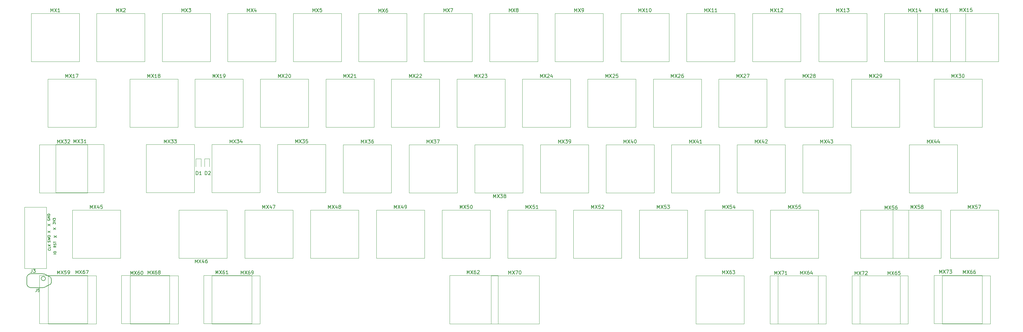
<source format=gbr>
%TF.GenerationSoftware,KiCad,Pcbnew,7.0.1-0*%
%TF.CreationDate,2023-08-04T20:55:53+05:30*%
%TF.ProjectId,Keyboard_60%,4b657962-6f61-4726-945f-3630252e6b69,rev?*%
%TF.SameCoordinates,Original*%
%TF.FileFunction,Legend,Top*%
%TF.FilePolarity,Positive*%
%FSLAX46Y46*%
G04 Gerber Fmt 4.6, Leading zero omitted, Abs format (unit mm)*
G04 Created by KiCad (PCBNEW 7.0.1-0) date 2023-08-04 20:55:53*
%MOMM*%
%LPD*%
G01*
G04 APERTURE LIST*
%ADD10C,0.150000*%
%ADD11C,0.120000*%
%ADD12C,0.100000*%
%ADD13C,0.127000*%
G04 APERTURE END LIST*
D10*
X9214333Y-67640000D02*
X9914333Y-67173333D01*
X9214333Y-67173333D02*
X9914333Y-67640000D01*
X8147666Y-70973333D02*
X8181000Y-71006666D01*
X8181000Y-71006666D02*
X8214333Y-71106666D01*
X8214333Y-71106666D02*
X8214333Y-71173333D01*
X8214333Y-71173333D02*
X8181000Y-71273333D01*
X8181000Y-71273333D02*
X8114333Y-71340000D01*
X8114333Y-71340000D02*
X8047666Y-71373333D01*
X8047666Y-71373333D02*
X7914333Y-71406666D01*
X7914333Y-71406666D02*
X7814333Y-71406666D01*
X7814333Y-71406666D02*
X7681000Y-71373333D01*
X7681000Y-71373333D02*
X7614333Y-71340000D01*
X7614333Y-71340000D02*
X7547666Y-71273333D01*
X7547666Y-71273333D02*
X7514333Y-71173333D01*
X7514333Y-71173333D02*
X7514333Y-71106666D01*
X7514333Y-71106666D02*
X7547666Y-71006666D01*
X7547666Y-71006666D02*
X7581000Y-70973333D01*
X8214333Y-70340000D02*
X8214333Y-70673333D01*
X8214333Y-70673333D02*
X7514333Y-70673333D01*
X8214333Y-70106666D02*
X7514333Y-70106666D01*
X8214333Y-69706666D02*
X7814333Y-70006666D01*
X7514333Y-69706666D02*
X7914333Y-70106666D01*
X9814333Y-70073333D02*
X9481000Y-70306666D01*
X9814333Y-70473333D02*
X9114333Y-70473333D01*
X9114333Y-70473333D02*
X9114333Y-70206666D01*
X9114333Y-70206666D02*
X9147666Y-70140000D01*
X9147666Y-70140000D02*
X9181000Y-70106666D01*
X9181000Y-70106666D02*
X9247666Y-70073333D01*
X9247666Y-70073333D02*
X9347666Y-70073333D01*
X9347666Y-70073333D02*
X9414333Y-70106666D01*
X9414333Y-70106666D02*
X9447666Y-70140000D01*
X9447666Y-70140000D02*
X9481000Y-70206666D01*
X9481000Y-70206666D02*
X9481000Y-70473333D01*
X9781000Y-69806666D02*
X9814333Y-69706666D01*
X9814333Y-69706666D02*
X9814333Y-69540000D01*
X9814333Y-69540000D02*
X9781000Y-69473333D01*
X9781000Y-69473333D02*
X9747666Y-69440000D01*
X9747666Y-69440000D02*
X9681000Y-69406666D01*
X9681000Y-69406666D02*
X9614333Y-69406666D01*
X9614333Y-69406666D02*
X9547666Y-69440000D01*
X9547666Y-69440000D02*
X9514333Y-69473333D01*
X9514333Y-69473333D02*
X9481000Y-69540000D01*
X9481000Y-69540000D02*
X9447666Y-69673333D01*
X9447666Y-69673333D02*
X9414333Y-69740000D01*
X9414333Y-69740000D02*
X9381000Y-69773333D01*
X9381000Y-69773333D02*
X9314333Y-69806666D01*
X9314333Y-69806666D02*
X9247666Y-69806666D01*
X9247666Y-69806666D02*
X9181000Y-69773333D01*
X9181000Y-69773333D02*
X9147666Y-69740000D01*
X9147666Y-69740000D02*
X9114333Y-69673333D01*
X9114333Y-69673333D02*
X9114333Y-69506666D01*
X9114333Y-69506666D02*
X9147666Y-69406666D01*
X9114333Y-69206666D02*
X9114333Y-68806666D01*
X9814333Y-69006666D02*
X9114333Y-69006666D01*
X7414333Y-66240000D02*
X8114333Y-65773333D01*
X7414333Y-65773333D02*
X8114333Y-66240000D01*
X8081000Y-69006666D02*
X8114333Y-68906666D01*
X8114333Y-68906666D02*
X8114333Y-68740000D01*
X8114333Y-68740000D02*
X8081000Y-68673333D01*
X8081000Y-68673333D02*
X8047666Y-68640000D01*
X8047666Y-68640000D02*
X7981000Y-68606666D01*
X7981000Y-68606666D02*
X7914333Y-68606666D01*
X7914333Y-68606666D02*
X7847666Y-68640000D01*
X7847666Y-68640000D02*
X7814333Y-68673333D01*
X7814333Y-68673333D02*
X7781000Y-68740000D01*
X7781000Y-68740000D02*
X7747666Y-68873333D01*
X7747666Y-68873333D02*
X7714333Y-68940000D01*
X7714333Y-68940000D02*
X7681000Y-68973333D01*
X7681000Y-68973333D02*
X7614333Y-69006666D01*
X7614333Y-69006666D02*
X7547666Y-69006666D01*
X7547666Y-69006666D02*
X7481000Y-68973333D01*
X7481000Y-68973333D02*
X7447666Y-68940000D01*
X7447666Y-68940000D02*
X7414333Y-68873333D01*
X7414333Y-68873333D02*
X7414333Y-68706666D01*
X7414333Y-68706666D02*
X7447666Y-68606666D01*
X7414333Y-68373333D02*
X8114333Y-68206666D01*
X8114333Y-68206666D02*
X7614333Y-68073333D01*
X7614333Y-68073333D02*
X8114333Y-67939999D01*
X8114333Y-67939999D02*
X7414333Y-67773333D01*
X7414333Y-67373333D02*
X7414333Y-67239999D01*
X7414333Y-67239999D02*
X7447666Y-67173333D01*
X7447666Y-67173333D02*
X7514333Y-67106666D01*
X7514333Y-67106666D02*
X7647666Y-67073333D01*
X7647666Y-67073333D02*
X7881000Y-67073333D01*
X7881000Y-67073333D02*
X8014333Y-67106666D01*
X8014333Y-67106666D02*
X8081000Y-67173333D01*
X8081000Y-67173333D02*
X8114333Y-67239999D01*
X8114333Y-67239999D02*
X8114333Y-67373333D01*
X8114333Y-67373333D02*
X8081000Y-67439999D01*
X8081000Y-67439999D02*
X8014333Y-67506666D01*
X8014333Y-67506666D02*
X7881000Y-67539999D01*
X7881000Y-67539999D02*
X7647666Y-67539999D01*
X7647666Y-67539999D02*
X7514333Y-67506666D01*
X7514333Y-67506666D02*
X7447666Y-67439999D01*
X7447666Y-67439999D02*
X7414333Y-67373333D01*
X141138095Y-78302619D02*
X141138095Y-77302619D01*
X141138095Y-77302619D02*
X141471428Y-78016904D01*
X141471428Y-78016904D02*
X141804761Y-77302619D01*
X141804761Y-77302619D02*
X141804761Y-78302619D01*
X142185714Y-77302619D02*
X142852380Y-78302619D01*
X142852380Y-77302619D02*
X142185714Y-78302619D01*
X143138095Y-77302619D02*
X143804761Y-77302619D01*
X143804761Y-77302619D02*
X143376190Y-78302619D01*
X144376190Y-77302619D02*
X144471428Y-77302619D01*
X144471428Y-77302619D02*
X144566666Y-77350238D01*
X144566666Y-77350238D02*
X144614285Y-77397857D01*
X144614285Y-77397857D02*
X144661904Y-77493095D01*
X144661904Y-77493095D02*
X144709523Y-77683571D01*
X144709523Y-77683571D02*
X144709523Y-77921666D01*
X144709523Y-77921666D02*
X144661904Y-78112142D01*
X144661904Y-78112142D02*
X144614285Y-78207380D01*
X144614285Y-78207380D02*
X144566666Y-78255000D01*
X144566666Y-78255000D02*
X144471428Y-78302619D01*
X144471428Y-78302619D02*
X144376190Y-78302619D01*
X144376190Y-78302619D02*
X144280952Y-78255000D01*
X144280952Y-78255000D02*
X144233333Y-78207380D01*
X144233333Y-78207380D02*
X144185714Y-78112142D01*
X144185714Y-78112142D02*
X144138095Y-77921666D01*
X144138095Y-77921666D02*
X144138095Y-77683571D01*
X144138095Y-77683571D02*
X144185714Y-77493095D01*
X144185714Y-77493095D02*
X144233333Y-77397857D01*
X144233333Y-77397857D02*
X144280952Y-77350238D01*
X144280952Y-77350238D02*
X144376190Y-77302619D01*
X9814333Y-72473333D02*
X9114333Y-72473333D01*
X9114333Y-72006667D02*
X9114333Y-71873333D01*
X9114333Y-71873333D02*
X9147666Y-71806667D01*
X9147666Y-71806667D02*
X9214333Y-71740000D01*
X9214333Y-71740000D02*
X9347666Y-71706667D01*
X9347666Y-71706667D02*
X9581000Y-71706667D01*
X9581000Y-71706667D02*
X9714333Y-71740000D01*
X9714333Y-71740000D02*
X9781000Y-71806667D01*
X9781000Y-71806667D02*
X9814333Y-71873333D01*
X9814333Y-71873333D02*
X9814333Y-72006667D01*
X9814333Y-72006667D02*
X9781000Y-72073333D01*
X9781000Y-72073333D02*
X9714333Y-72140000D01*
X9714333Y-72140000D02*
X9581000Y-72173333D01*
X9581000Y-72173333D02*
X9347666Y-72173333D01*
X9347666Y-72173333D02*
X9214333Y-72140000D01*
X9214333Y-72140000D02*
X9147666Y-72073333D01*
X9147666Y-72073333D02*
X9114333Y-72006667D01*
X7347666Y-62306666D02*
X7314333Y-62373333D01*
X7314333Y-62373333D02*
X7314333Y-62473333D01*
X7314333Y-62473333D02*
X7347666Y-62573333D01*
X7347666Y-62573333D02*
X7414333Y-62640000D01*
X7414333Y-62640000D02*
X7481000Y-62673333D01*
X7481000Y-62673333D02*
X7614333Y-62706666D01*
X7614333Y-62706666D02*
X7714333Y-62706666D01*
X7714333Y-62706666D02*
X7847666Y-62673333D01*
X7847666Y-62673333D02*
X7914333Y-62640000D01*
X7914333Y-62640000D02*
X7981000Y-62573333D01*
X7981000Y-62573333D02*
X8014333Y-62473333D01*
X8014333Y-62473333D02*
X8014333Y-62406666D01*
X8014333Y-62406666D02*
X7981000Y-62306666D01*
X7981000Y-62306666D02*
X7947666Y-62273333D01*
X7947666Y-62273333D02*
X7714333Y-62273333D01*
X7714333Y-62273333D02*
X7714333Y-62406666D01*
X8014333Y-61973333D02*
X7314333Y-61973333D01*
X7314333Y-61973333D02*
X8014333Y-61573333D01*
X8014333Y-61573333D02*
X7314333Y-61573333D01*
X8014333Y-61240000D02*
X7314333Y-61240000D01*
X7314333Y-61240000D02*
X7314333Y-61073333D01*
X7314333Y-61073333D02*
X7347666Y-60973333D01*
X7347666Y-60973333D02*
X7414333Y-60906667D01*
X7414333Y-60906667D02*
X7481000Y-60873333D01*
X7481000Y-60873333D02*
X7614333Y-60840000D01*
X7614333Y-60840000D02*
X7714333Y-60840000D01*
X7714333Y-60840000D02*
X7847666Y-60873333D01*
X7847666Y-60873333D02*
X7914333Y-60906667D01*
X7914333Y-60906667D02*
X7981000Y-60973333D01*
X7981000Y-60973333D02*
X8014333Y-61073333D01*
X8014333Y-61073333D02*
X8014333Y-61240000D01*
X9014333Y-65340000D02*
X9714333Y-64873333D01*
X9014333Y-64873333D02*
X9714333Y-65340000D01*
X8914333Y-63740000D02*
X8914333Y-63306666D01*
X8914333Y-63306666D02*
X9181000Y-63540000D01*
X9181000Y-63540000D02*
X9181000Y-63440000D01*
X9181000Y-63440000D02*
X9214333Y-63373333D01*
X9214333Y-63373333D02*
X9247666Y-63340000D01*
X9247666Y-63340000D02*
X9314333Y-63306666D01*
X9314333Y-63306666D02*
X9481000Y-63306666D01*
X9481000Y-63306666D02*
X9547666Y-63340000D01*
X9547666Y-63340000D02*
X9581000Y-63373333D01*
X9581000Y-63373333D02*
X9614333Y-63440000D01*
X9614333Y-63440000D02*
X9614333Y-63640000D01*
X9614333Y-63640000D02*
X9581000Y-63706666D01*
X9581000Y-63706666D02*
X9547666Y-63740000D01*
X8914333Y-63106666D02*
X9614333Y-62873333D01*
X9614333Y-62873333D02*
X8914333Y-62639999D01*
X8914333Y-62473333D02*
X8914333Y-62039999D01*
X8914333Y-62039999D02*
X9181000Y-62273333D01*
X9181000Y-62273333D02*
X9181000Y-62173333D01*
X9181000Y-62173333D02*
X9214333Y-62106666D01*
X9214333Y-62106666D02*
X9247666Y-62073333D01*
X9247666Y-62073333D02*
X9314333Y-62039999D01*
X9314333Y-62039999D02*
X9481000Y-62039999D01*
X9481000Y-62039999D02*
X9547666Y-62073333D01*
X9547666Y-62073333D02*
X9581000Y-62106666D01*
X9581000Y-62106666D02*
X9614333Y-62173333D01*
X9614333Y-62173333D02*
X9614333Y-62373333D01*
X9614333Y-62373333D02*
X9581000Y-62439999D01*
X9581000Y-62439999D02*
X9547666Y-62473333D01*
X7414333Y-64240000D02*
X8114333Y-63773333D01*
X7414333Y-63773333D02*
X8114333Y-64240000D01*
%TO.C,MX17*%
X12598095Y-21268619D02*
X12598095Y-20268619D01*
X12598095Y-20268619D02*
X12931428Y-20982904D01*
X12931428Y-20982904D02*
X13264761Y-20268619D01*
X13264761Y-20268619D02*
X13264761Y-21268619D01*
X13645714Y-20268619D02*
X14312380Y-21268619D01*
X14312380Y-20268619D02*
X13645714Y-21268619D01*
X15217142Y-21268619D02*
X14645714Y-21268619D01*
X14931428Y-21268619D02*
X14931428Y-20268619D01*
X14931428Y-20268619D02*
X14836190Y-20411476D01*
X14836190Y-20411476D02*
X14740952Y-20506714D01*
X14740952Y-20506714D02*
X14645714Y-20554333D01*
X15550476Y-20268619D02*
X16217142Y-20268619D01*
X16217142Y-20268619D02*
X15788571Y-21268619D01*
%TO.C,MX68*%
X36478095Y-78288619D02*
X36478095Y-77288619D01*
X36478095Y-77288619D02*
X36811428Y-78002904D01*
X36811428Y-78002904D02*
X37144761Y-77288619D01*
X37144761Y-77288619D02*
X37144761Y-78288619D01*
X37525714Y-77288619D02*
X38192380Y-78288619D01*
X38192380Y-77288619D02*
X37525714Y-78288619D01*
X39001904Y-77288619D02*
X38811428Y-77288619D01*
X38811428Y-77288619D02*
X38716190Y-77336238D01*
X38716190Y-77336238D02*
X38668571Y-77383857D01*
X38668571Y-77383857D02*
X38573333Y-77526714D01*
X38573333Y-77526714D02*
X38525714Y-77717190D01*
X38525714Y-77717190D02*
X38525714Y-78098142D01*
X38525714Y-78098142D02*
X38573333Y-78193380D01*
X38573333Y-78193380D02*
X38620952Y-78241000D01*
X38620952Y-78241000D02*
X38716190Y-78288619D01*
X38716190Y-78288619D02*
X38906666Y-78288619D01*
X38906666Y-78288619D02*
X39001904Y-78241000D01*
X39001904Y-78241000D02*
X39049523Y-78193380D01*
X39049523Y-78193380D02*
X39097142Y-78098142D01*
X39097142Y-78098142D02*
X39097142Y-77860047D01*
X39097142Y-77860047D02*
X39049523Y-77764809D01*
X39049523Y-77764809D02*
X39001904Y-77717190D01*
X39001904Y-77717190D02*
X38906666Y-77669571D01*
X38906666Y-77669571D02*
X38716190Y-77669571D01*
X38716190Y-77669571D02*
X38620952Y-77717190D01*
X38620952Y-77717190D02*
X38573333Y-77764809D01*
X38573333Y-77764809D02*
X38525714Y-77860047D01*
X39668571Y-77717190D02*
X39573333Y-77669571D01*
X39573333Y-77669571D02*
X39525714Y-77621952D01*
X39525714Y-77621952D02*
X39478095Y-77526714D01*
X39478095Y-77526714D02*
X39478095Y-77479095D01*
X39478095Y-77479095D02*
X39525714Y-77383857D01*
X39525714Y-77383857D02*
X39573333Y-77336238D01*
X39573333Y-77336238D02*
X39668571Y-77288619D01*
X39668571Y-77288619D02*
X39859047Y-77288619D01*
X39859047Y-77288619D02*
X39954285Y-77336238D01*
X39954285Y-77336238D02*
X40001904Y-77383857D01*
X40001904Y-77383857D02*
X40049523Y-77479095D01*
X40049523Y-77479095D02*
X40049523Y-77526714D01*
X40049523Y-77526714D02*
X40001904Y-77621952D01*
X40001904Y-77621952D02*
X39954285Y-77669571D01*
X39954285Y-77669571D02*
X39859047Y-77717190D01*
X39859047Y-77717190D02*
X39668571Y-77717190D01*
X39668571Y-77717190D02*
X39573333Y-77764809D01*
X39573333Y-77764809D02*
X39525714Y-77812428D01*
X39525714Y-77812428D02*
X39478095Y-77907666D01*
X39478095Y-77907666D02*
X39478095Y-78098142D01*
X39478095Y-78098142D02*
X39525714Y-78193380D01*
X39525714Y-78193380D02*
X39573333Y-78241000D01*
X39573333Y-78241000D02*
X39668571Y-78288619D01*
X39668571Y-78288619D02*
X39859047Y-78288619D01*
X39859047Y-78288619D02*
X39954285Y-78241000D01*
X39954285Y-78241000D02*
X40001904Y-78193380D01*
X40001904Y-78193380D02*
X40049523Y-78098142D01*
X40049523Y-78098142D02*
X40049523Y-77907666D01*
X40049523Y-77907666D02*
X40001904Y-77812428D01*
X40001904Y-77812428D02*
X39954285Y-77764809D01*
X39954285Y-77764809D02*
X39859047Y-77717190D01*
%TO.C,MX3*%
X46274286Y-2168619D02*
X46274286Y-1168619D01*
X46274286Y-1168619D02*
X46607619Y-1882904D01*
X46607619Y-1882904D02*
X46940952Y-1168619D01*
X46940952Y-1168619D02*
X46940952Y-2168619D01*
X47321905Y-1168619D02*
X47988571Y-2168619D01*
X47988571Y-1168619D02*
X47321905Y-2168619D01*
X48274286Y-1168619D02*
X48893333Y-1168619D01*
X48893333Y-1168619D02*
X48560000Y-1549571D01*
X48560000Y-1549571D02*
X48702857Y-1549571D01*
X48702857Y-1549571D02*
X48798095Y-1597190D01*
X48798095Y-1597190D02*
X48845714Y-1644809D01*
X48845714Y-1644809D02*
X48893333Y-1740047D01*
X48893333Y-1740047D02*
X48893333Y-1978142D01*
X48893333Y-1978142D02*
X48845714Y-2073380D01*
X48845714Y-2073380D02*
X48798095Y-2121000D01*
X48798095Y-2121000D02*
X48702857Y-2168619D01*
X48702857Y-2168619D02*
X48417143Y-2168619D01*
X48417143Y-2168619D02*
X48321905Y-2121000D01*
X48321905Y-2121000D02*
X48274286Y-2073380D01*
%TO.C,MX34*%
X60228095Y-40258619D02*
X60228095Y-39258619D01*
X60228095Y-39258619D02*
X60561428Y-39972904D01*
X60561428Y-39972904D02*
X60894761Y-39258619D01*
X60894761Y-39258619D02*
X60894761Y-40258619D01*
X61275714Y-39258619D02*
X61942380Y-40258619D01*
X61942380Y-39258619D02*
X61275714Y-40258619D01*
X62228095Y-39258619D02*
X62847142Y-39258619D01*
X62847142Y-39258619D02*
X62513809Y-39639571D01*
X62513809Y-39639571D02*
X62656666Y-39639571D01*
X62656666Y-39639571D02*
X62751904Y-39687190D01*
X62751904Y-39687190D02*
X62799523Y-39734809D01*
X62799523Y-39734809D02*
X62847142Y-39830047D01*
X62847142Y-39830047D02*
X62847142Y-40068142D01*
X62847142Y-40068142D02*
X62799523Y-40163380D01*
X62799523Y-40163380D02*
X62751904Y-40211000D01*
X62751904Y-40211000D02*
X62656666Y-40258619D01*
X62656666Y-40258619D02*
X62370952Y-40258619D01*
X62370952Y-40258619D02*
X62275714Y-40211000D01*
X62275714Y-40211000D02*
X62228095Y-40163380D01*
X63704285Y-39591952D02*
X63704285Y-40258619D01*
X63466190Y-39211000D02*
X63228095Y-39925285D01*
X63228095Y-39925285D02*
X63847142Y-39925285D01*
%TO.C,MX61*%
X56138095Y-78262619D02*
X56138095Y-77262619D01*
X56138095Y-77262619D02*
X56471428Y-77976904D01*
X56471428Y-77976904D02*
X56804761Y-77262619D01*
X56804761Y-77262619D02*
X56804761Y-78262619D01*
X57185714Y-77262619D02*
X57852380Y-78262619D01*
X57852380Y-77262619D02*
X57185714Y-78262619D01*
X58661904Y-77262619D02*
X58471428Y-77262619D01*
X58471428Y-77262619D02*
X58376190Y-77310238D01*
X58376190Y-77310238D02*
X58328571Y-77357857D01*
X58328571Y-77357857D02*
X58233333Y-77500714D01*
X58233333Y-77500714D02*
X58185714Y-77691190D01*
X58185714Y-77691190D02*
X58185714Y-78072142D01*
X58185714Y-78072142D02*
X58233333Y-78167380D01*
X58233333Y-78167380D02*
X58280952Y-78215000D01*
X58280952Y-78215000D02*
X58376190Y-78262619D01*
X58376190Y-78262619D02*
X58566666Y-78262619D01*
X58566666Y-78262619D02*
X58661904Y-78215000D01*
X58661904Y-78215000D02*
X58709523Y-78167380D01*
X58709523Y-78167380D02*
X58757142Y-78072142D01*
X58757142Y-78072142D02*
X58757142Y-77834047D01*
X58757142Y-77834047D02*
X58709523Y-77738809D01*
X58709523Y-77738809D02*
X58661904Y-77691190D01*
X58661904Y-77691190D02*
X58566666Y-77643571D01*
X58566666Y-77643571D02*
X58376190Y-77643571D01*
X58376190Y-77643571D02*
X58280952Y-77691190D01*
X58280952Y-77691190D02*
X58233333Y-77738809D01*
X58233333Y-77738809D02*
X58185714Y-77834047D01*
X59709523Y-78262619D02*
X59138095Y-78262619D01*
X59423809Y-78262619D02*
X59423809Y-77262619D01*
X59423809Y-77262619D02*
X59328571Y-77405476D01*
X59328571Y-77405476D02*
X59233333Y-77500714D01*
X59233333Y-77500714D02*
X59138095Y-77548333D01*
%TO.C,MX59*%
X10168095Y-78268619D02*
X10168095Y-77268619D01*
X10168095Y-77268619D02*
X10501428Y-77982904D01*
X10501428Y-77982904D02*
X10834761Y-77268619D01*
X10834761Y-77268619D02*
X10834761Y-78268619D01*
X11215714Y-77268619D02*
X11882380Y-78268619D01*
X11882380Y-77268619D02*
X11215714Y-78268619D01*
X12739523Y-77268619D02*
X12263333Y-77268619D01*
X12263333Y-77268619D02*
X12215714Y-77744809D01*
X12215714Y-77744809D02*
X12263333Y-77697190D01*
X12263333Y-77697190D02*
X12358571Y-77649571D01*
X12358571Y-77649571D02*
X12596666Y-77649571D01*
X12596666Y-77649571D02*
X12691904Y-77697190D01*
X12691904Y-77697190D02*
X12739523Y-77744809D01*
X12739523Y-77744809D02*
X12787142Y-77840047D01*
X12787142Y-77840047D02*
X12787142Y-78078142D01*
X12787142Y-78078142D02*
X12739523Y-78173380D01*
X12739523Y-78173380D02*
X12691904Y-78221000D01*
X12691904Y-78221000D02*
X12596666Y-78268619D01*
X12596666Y-78268619D02*
X12358571Y-78268619D01*
X12358571Y-78268619D02*
X12263333Y-78221000D01*
X12263333Y-78221000D02*
X12215714Y-78173380D01*
X13263333Y-78268619D02*
X13453809Y-78268619D01*
X13453809Y-78268619D02*
X13549047Y-78221000D01*
X13549047Y-78221000D02*
X13596666Y-78173380D01*
X13596666Y-78173380D02*
X13691904Y-78030523D01*
X13691904Y-78030523D02*
X13739523Y-77840047D01*
X13739523Y-77840047D02*
X13739523Y-77459095D01*
X13739523Y-77459095D02*
X13691904Y-77363857D01*
X13691904Y-77363857D02*
X13644285Y-77316238D01*
X13644285Y-77316238D02*
X13549047Y-77268619D01*
X13549047Y-77268619D02*
X13358571Y-77268619D01*
X13358571Y-77268619D02*
X13263333Y-77316238D01*
X13263333Y-77316238D02*
X13215714Y-77363857D01*
X13215714Y-77363857D02*
X13168095Y-77459095D01*
X13168095Y-77459095D02*
X13168095Y-77697190D01*
X13168095Y-77697190D02*
X13215714Y-77792428D01*
X13215714Y-77792428D02*
X13263333Y-77840047D01*
X13263333Y-77840047D02*
X13358571Y-77887666D01*
X13358571Y-77887666D02*
X13549047Y-77887666D01*
X13549047Y-77887666D02*
X13644285Y-77840047D01*
X13644285Y-77840047D02*
X13691904Y-77792428D01*
X13691904Y-77792428D02*
X13739523Y-77697190D01*
%TO.C,MX56*%
X250338095Y-59462619D02*
X250338095Y-58462619D01*
X250338095Y-58462619D02*
X250671428Y-59176904D01*
X250671428Y-59176904D02*
X251004761Y-58462619D01*
X251004761Y-58462619D02*
X251004761Y-59462619D01*
X251385714Y-58462619D02*
X252052380Y-59462619D01*
X252052380Y-58462619D02*
X251385714Y-59462619D01*
X252909523Y-58462619D02*
X252433333Y-58462619D01*
X252433333Y-58462619D02*
X252385714Y-58938809D01*
X252385714Y-58938809D02*
X252433333Y-58891190D01*
X252433333Y-58891190D02*
X252528571Y-58843571D01*
X252528571Y-58843571D02*
X252766666Y-58843571D01*
X252766666Y-58843571D02*
X252861904Y-58891190D01*
X252861904Y-58891190D02*
X252909523Y-58938809D01*
X252909523Y-58938809D02*
X252957142Y-59034047D01*
X252957142Y-59034047D02*
X252957142Y-59272142D01*
X252957142Y-59272142D02*
X252909523Y-59367380D01*
X252909523Y-59367380D02*
X252861904Y-59415000D01*
X252861904Y-59415000D02*
X252766666Y-59462619D01*
X252766666Y-59462619D02*
X252528571Y-59462619D01*
X252528571Y-59462619D02*
X252433333Y-59415000D01*
X252433333Y-59415000D02*
X252385714Y-59367380D01*
X253814285Y-58462619D02*
X253623809Y-58462619D01*
X253623809Y-58462619D02*
X253528571Y-58510238D01*
X253528571Y-58510238D02*
X253480952Y-58557857D01*
X253480952Y-58557857D02*
X253385714Y-58700714D01*
X253385714Y-58700714D02*
X253338095Y-58891190D01*
X253338095Y-58891190D02*
X253338095Y-59272142D01*
X253338095Y-59272142D02*
X253385714Y-59367380D01*
X253385714Y-59367380D02*
X253433333Y-59415000D01*
X253433333Y-59415000D02*
X253528571Y-59462619D01*
X253528571Y-59462619D02*
X253719047Y-59462619D01*
X253719047Y-59462619D02*
X253814285Y-59415000D01*
X253814285Y-59415000D02*
X253861904Y-59367380D01*
X253861904Y-59367380D02*
X253909523Y-59272142D01*
X253909523Y-59272142D02*
X253909523Y-59034047D01*
X253909523Y-59034047D02*
X253861904Y-58938809D01*
X253861904Y-58938809D02*
X253814285Y-58891190D01*
X253814285Y-58891190D02*
X253719047Y-58843571D01*
X253719047Y-58843571D02*
X253528571Y-58843571D01*
X253528571Y-58843571D02*
X253433333Y-58891190D01*
X253433333Y-58891190D02*
X253385714Y-58938809D01*
X253385714Y-58938809D02*
X253338095Y-59034047D01*
%TO.C,MX18*%
X36398095Y-21268619D02*
X36398095Y-20268619D01*
X36398095Y-20268619D02*
X36731428Y-20982904D01*
X36731428Y-20982904D02*
X37064761Y-20268619D01*
X37064761Y-20268619D02*
X37064761Y-21268619D01*
X37445714Y-20268619D02*
X38112380Y-21268619D01*
X38112380Y-20268619D02*
X37445714Y-21268619D01*
X39017142Y-21268619D02*
X38445714Y-21268619D01*
X38731428Y-21268619D02*
X38731428Y-20268619D01*
X38731428Y-20268619D02*
X38636190Y-20411476D01*
X38636190Y-20411476D02*
X38540952Y-20506714D01*
X38540952Y-20506714D02*
X38445714Y-20554333D01*
X39588571Y-20697190D02*
X39493333Y-20649571D01*
X39493333Y-20649571D02*
X39445714Y-20601952D01*
X39445714Y-20601952D02*
X39398095Y-20506714D01*
X39398095Y-20506714D02*
X39398095Y-20459095D01*
X39398095Y-20459095D02*
X39445714Y-20363857D01*
X39445714Y-20363857D02*
X39493333Y-20316238D01*
X39493333Y-20316238D02*
X39588571Y-20268619D01*
X39588571Y-20268619D02*
X39779047Y-20268619D01*
X39779047Y-20268619D02*
X39874285Y-20316238D01*
X39874285Y-20316238D02*
X39921904Y-20363857D01*
X39921904Y-20363857D02*
X39969523Y-20459095D01*
X39969523Y-20459095D02*
X39969523Y-20506714D01*
X39969523Y-20506714D02*
X39921904Y-20601952D01*
X39921904Y-20601952D02*
X39874285Y-20649571D01*
X39874285Y-20649571D02*
X39779047Y-20697190D01*
X39779047Y-20697190D02*
X39588571Y-20697190D01*
X39588571Y-20697190D02*
X39493333Y-20744809D01*
X39493333Y-20744809D02*
X39445714Y-20792428D01*
X39445714Y-20792428D02*
X39398095Y-20887666D01*
X39398095Y-20887666D02*
X39398095Y-21078142D01*
X39398095Y-21078142D02*
X39445714Y-21173380D01*
X39445714Y-21173380D02*
X39493333Y-21221000D01*
X39493333Y-21221000D02*
X39588571Y-21268619D01*
X39588571Y-21268619D02*
X39779047Y-21268619D01*
X39779047Y-21268619D02*
X39874285Y-21221000D01*
X39874285Y-21221000D02*
X39921904Y-21173380D01*
X39921904Y-21173380D02*
X39969523Y-21078142D01*
X39969523Y-21078142D02*
X39969523Y-20887666D01*
X39969523Y-20887666D02*
X39921904Y-20792428D01*
X39921904Y-20792428D02*
X39874285Y-20744809D01*
X39874285Y-20744809D02*
X39779047Y-20697190D01*
%TO.C,MX5*%
X84274286Y-2168619D02*
X84274286Y-1168619D01*
X84274286Y-1168619D02*
X84607619Y-1882904D01*
X84607619Y-1882904D02*
X84940952Y-1168619D01*
X84940952Y-1168619D02*
X84940952Y-2168619D01*
X85321905Y-1168619D02*
X85988571Y-2168619D01*
X85988571Y-1168619D02*
X85321905Y-2168619D01*
X86845714Y-1168619D02*
X86369524Y-1168619D01*
X86369524Y-1168619D02*
X86321905Y-1644809D01*
X86321905Y-1644809D02*
X86369524Y-1597190D01*
X86369524Y-1597190D02*
X86464762Y-1549571D01*
X86464762Y-1549571D02*
X86702857Y-1549571D01*
X86702857Y-1549571D02*
X86798095Y-1597190D01*
X86798095Y-1597190D02*
X86845714Y-1644809D01*
X86845714Y-1644809D02*
X86893333Y-1740047D01*
X86893333Y-1740047D02*
X86893333Y-1978142D01*
X86893333Y-1978142D02*
X86845714Y-2073380D01*
X86845714Y-2073380D02*
X86798095Y-2121000D01*
X86798095Y-2121000D02*
X86702857Y-2168619D01*
X86702857Y-2168619D02*
X86464762Y-2168619D01*
X86464762Y-2168619D02*
X86369524Y-2121000D01*
X86369524Y-2121000D02*
X86321905Y-2073380D01*
%TO.C,MX26*%
X188298095Y-21268619D02*
X188298095Y-20268619D01*
X188298095Y-20268619D02*
X188631428Y-20982904D01*
X188631428Y-20982904D02*
X188964761Y-20268619D01*
X188964761Y-20268619D02*
X188964761Y-21268619D01*
X189345714Y-20268619D02*
X190012380Y-21268619D01*
X190012380Y-20268619D02*
X189345714Y-21268619D01*
X190345714Y-20363857D02*
X190393333Y-20316238D01*
X190393333Y-20316238D02*
X190488571Y-20268619D01*
X190488571Y-20268619D02*
X190726666Y-20268619D01*
X190726666Y-20268619D02*
X190821904Y-20316238D01*
X190821904Y-20316238D02*
X190869523Y-20363857D01*
X190869523Y-20363857D02*
X190917142Y-20459095D01*
X190917142Y-20459095D02*
X190917142Y-20554333D01*
X190917142Y-20554333D02*
X190869523Y-20697190D01*
X190869523Y-20697190D02*
X190298095Y-21268619D01*
X190298095Y-21268619D02*
X190917142Y-21268619D01*
X191774285Y-20268619D02*
X191583809Y-20268619D01*
X191583809Y-20268619D02*
X191488571Y-20316238D01*
X191488571Y-20316238D02*
X191440952Y-20363857D01*
X191440952Y-20363857D02*
X191345714Y-20506714D01*
X191345714Y-20506714D02*
X191298095Y-20697190D01*
X191298095Y-20697190D02*
X191298095Y-21078142D01*
X191298095Y-21078142D02*
X191345714Y-21173380D01*
X191345714Y-21173380D02*
X191393333Y-21221000D01*
X191393333Y-21221000D02*
X191488571Y-21268619D01*
X191488571Y-21268619D02*
X191679047Y-21268619D01*
X191679047Y-21268619D02*
X191774285Y-21221000D01*
X191774285Y-21221000D02*
X191821904Y-21173380D01*
X191821904Y-21173380D02*
X191869523Y-21078142D01*
X191869523Y-21078142D02*
X191869523Y-20840047D01*
X191869523Y-20840047D02*
X191821904Y-20744809D01*
X191821904Y-20744809D02*
X191774285Y-20697190D01*
X191774285Y-20697190D02*
X191679047Y-20649571D01*
X191679047Y-20649571D02*
X191488571Y-20649571D01*
X191488571Y-20649571D02*
X191393333Y-20697190D01*
X191393333Y-20697190D02*
X191345714Y-20744809D01*
X191345714Y-20744809D02*
X191298095Y-20840047D01*
%TO.C,MX19*%
X55298095Y-21268619D02*
X55298095Y-20268619D01*
X55298095Y-20268619D02*
X55631428Y-20982904D01*
X55631428Y-20982904D02*
X55964761Y-20268619D01*
X55964761Y-20268619D02*
X55964761Y-21268619D01*
X56345714Y-20268619D02*
X57012380Y-21268619D01*
X57012380Y-20268619D02*
X56345714Y-21268619D01*
X57917142Y-21268619D02*
X57345714Y-21268619D01*
X57631428Y-21268619D02*
X57631428Y-20268619D01*
X57631428Y-20268619D02*
X57536190Y-20411476D01*
X57536190Y-20411476D02*
X57440952Y-20506714D01*
X57440952Y-20506714D02*
X57345714Y-20554333D01*
X58393333Y-21268619D02*
X58583809Y-21268619D01*
X58583809Y-21268619D02*
X58679047Y-21221000D01*
X58679047Y-21221000D02*
X58726666Y-21173380D01*
X58726666Y-21173380D02*
X58821904Y-21030523D01*
X58821904Y-21030523D02*
X58869523Y-20840047D01*
X58869523Y-20840047D02*
X58869523Y-20459095D01*
X58869523Y-20459095D02*
X58821904Y-20363857D01*
X58821904Y-20363857D02*
X58774285Y-20316238D01*
X58774285Y-20316238D02*
X58679047Y-20268619D01*
X58679047Y-20268619D02*
X58488571Y-20268619D01*
X58488571Y-20268619D02*
X58393333Y-20316238D01*
X58393333Y-20316238D02*
X58345714Y-20363857D01*
X58345714Y-20363857D02*
X58298095Y-20459095D01*
X58298095Y-20459095D02*
X58298095Y-20697190D01*
X58298095Y-20697190D02*
X58345714Y-20792428D01*
X58345714Y-20792428D02*
X58393333Y-20840047D01*
X58393333Y-20840047D02*
X58488571Y-20887666D01*
X58488571Y-20887666D02*
X58679047Y-20887666D01*
X58679047Y-20887666D02*
X58774285Y-20840047D01*
X58774285Y-20840047D02*
X58821904Y-20792428D01*
X58821904Y-20792428D02*
X58869523Y-20697190D01*
%TO.C,J3*%
X2806666Y-76852619D02*
X2806666Y-77566904D01*
X2806666Y-77566904D02*
X2759047Y-77709761D01*
X2759047Y-77709761D02*
X2663809Y-77805000D01*
X2663809Y-77805000D02*
X2520952Y-77852619D01*
X2520952Y-77852619D02*
X2425714Y-77852619D01*
X3187619Y-76852619D02*
X3806666Y-76852619D01*
X3806666Y-76852619D02*
X3473333Y-77233571D01*
X3473333Y-77233571D02*
X3616190Y-77233571D01*
X3616190Y-77233571D02*
X3711428Y-77281190D01*
X3711428Y-77281190D02*
X3759047Y-77328809D01*
X3759047Y-77328809D02*
X3806666Y-77424047D01*
X3806666Y-77424047D02*
X3806666Y-77662142D01*
X3806666Y-77662142D02*
X3759047Y-77757380D01*
X3759047Y-77757380D02*
X3711428Y-77805000D01*
X3711428Y-77805000D02*
X3616190Y-77852619D01*
X3616190Y-77852619D02*
X3330476Y-77852619D01*
X3330476Y-77852619D02*
X3235238Y-77805000D01*
X3235238Y-77805000D02*
X3187619Y-77757380D01*
%TO.C,MX40*%
X174583095Y-40268619D02*
X174583095Y-39268619D01*
X174583095Y-39268619D02*
X174916428Y-39982904D01*
X174916428Y-39982904D02*
X175249761Y-39268619D01*
X175249761Y-39268619D02*
X175249761Y-40268619D01*
X175630714Y-39268619D02*
X176297380Y-40268619D01*
X176297380Y-39268619D02*
X175630714Y-40268619D01*
X177106904Y-39601952D02*
X177106904Y-40268619D01*
X176868809Y-39221000D02*
X176630714Y-39935285D01*
X176630714Y-39935285D02*
X177249761Y-39935285D01*
X177821190Y-39268619D02*
X177916428Y-39268619D01*
X177916428Y-39268619D02*
X178011666Y-39316238D01*
X178011666Y-39316238D02*
X178059285Y-39363857D01*
X178059285Y-39363857D02*
X178106904Y-39459095D01*
X178106904Y-39459095D02*
X178154523Y-39649571D01*
X178154523Y-39649571D02*
X178154523Y-39887666D01*
X178154523Y-39887666D02*
X178106904Y-40078142D01*
X178106904Y-40078142D02*
X178059285Y-40173380D01*
X178059285Y-40173380D02*
X178011666Y-40221000D01*
X178011666Y-40221000D02*
X177916428Y-40268619D01*
X177916428Y-40268619D02*
X177821190Y-40268619D01*
X177821190Y-40268619D02*
X177725952Y-40221000D01*
X177725952Y-40221000D02*
X177678333Y-40173380D01*
X177678333Y-40173380D02*
X177630714Y-40078142D01*
X177630714Y-40078142D02*
X177583095Y-39887666D01*
X177583095Y-39887666D02*
X177583095Y-39649571D01*
X177583095Y-39649571D02*
X177630714Y-39459095D01*
X177630714Y-39459095D02*
X177678333Y-39363857D01*
X177678333Y-39363857D02*
X177725952Y-39316238D01*
X177725952Y-39316238D02*
X177821190Y-39268619D01*
%TO.C,MX41*%
X193583095Y-40268619D02*
X193583095Y-39268619D01*
X193583095Y-39268619D02*
X193916428Y-39982904D01*
X193916428Y-39982904D02*
X194249761Y-39268619D01*
X194249761Y-39268619D02*
X194249761Y-40268619D01*
X194630714Y-39268619D02*
X195297380Y-40268619D01*
X195297380Y-39268619D02*
X194630714Y-40268619D01*
X196106904Y-39601952D02*
X196106904Y-40268619D01*
X195868809Y-39221000D02*
X195630714Y-39935285D01*
X195630714Y-39935285D02*
X196249761Y-39935285D01*
X197154523Y-40268619D02*
X196583095Y-40268619D01*
X196868809Y-40268619D02*
X196868809Y-39268619D01*
X196868809Y-39268619D02*
X196773571Y-39411476D01*
X196773571Y-39411476D02*
X196678333Y-39506714D01*
X196678333Y-39506714D02*
X196583095Y-39554333D01*
%TO.C,MX57*%
X274483095Y-59288619D02*
X274483095Y-58288619D01*
X274483095Y-58288619D02*
X274816428Y-59002904D01*
X274816428Y-59002904D02*
X275149761Y-58288619D01*
X275149761Y-58288619D02*
X275149761Y-59288619D01*
X275530714Y-58288619D02*
X276197380Y-59288619D01*
X276197380Y-58288619D02*
X275530714Y-59288619D01*
X277054523Y-58288619D02*
X276578333Y-58288619D01*
X276578333Y-58288619D02*
X276530714Y-58764809D01*
X276530714Y-58764809D02*
X276578333Y-58717190D01*
X276578333Y-58717190D02*
X276673571Y-58669571D01*
X276673571Y-58669571D02*
X276911666Y-58669571D01*
X276911666Y-58669571D02*
X277006904Y-58717190D01*
X277006904Y-58717190D02*
X277054523Y-58764809D01*
X277054523Y-58764809D02*
X277102142Y-58860047D01*
X277102142Y-58860047D02*
X277102142Y-59098142D01*
X277102142Y-59098142D02*
X277054523Y-59193380D01*
X277054523Y-59193380D02*
X277006904Y-59241000D01*
X277006904Y-59241000D02*
X276911666Y-59288619D01*
X276911666Y-59288619D02*
X276673571Y-59288619D01*
X276673571Y-59288619D02*
X276578333Y-59241000D01*
X276578333Y-59241000D02*
X276530714Y-59193380D01*
X277435476Y-58288619D02*
X278102142Y-58288619D01*
X278102142Y-58288619D02*
X277673571Y-59288619D01*
%TO.C,MX45*%
X19708095Y-59268619D02*
X19708095Y-58268619D01*
X19708095Y-58268619D02*
X20041428Y-58982904D01*
X20041428Y-58982904D02*
X20374761Y-58268619D01*
X20374761Y-58268619D02*
X20374761Y-59268619D01*
X20755714Y-58268619D02*
X21422380Y-59268619D01*
X21422380Y-58268619D02*
X20755714Y-59268619D01*
X22231904Y-58601952D02*
X22231904Y-59268619D01*
X21993809Y-58221000D02*
X21755714Y-58935285D01*
X21755714Y-58935285D02*
X22374761Y-58935285D01*
X23231904Y-58268619D02*
X22755714Y-58268619D01*
X22755714Y-58268619D02*
X22708095Y-58744809D01*
X22708095Y-58744809D02*
X22755714Y-58697190D01*
X22755714Y-58697190D02*
X22850952Y-58649571D01*
X22850952Y-58649571D02*
X23089047Y-58649571D01*
X23089047Y-58649571D02*
X23184285Y-58697190D01*
X23184285Y-58697190D02*
X23231904Y-58744809D01*
X23231904Y-58744809D02*
X23279523Y-58840047D01*
X23279523Y-58840047D02*
X23279523Y-59078142D01*
X23279523Y-59078142D02*
X23231904Y-59173380D01*
X23231904Y-59173380D02*
X23184285Y-59221000D01*
X23184285Y-59221000D02*
X23089047Y-59268619D01*
X23089047Y-59268619D02*
X22850952Y-59268619D01*
X22850952Y-59268619D02*
X22755714Y-59221000D01*
X22755714Y-59221000D02*
X22708095Y-59173380D01*
%TO.C,MX33*%
X41158095Y-40258619D02*
X41158095Y-39258619D01*
X41158095Y-39258619D02*
X41491428Y-39972904D01*
X41491428Y-39972904D02*
X41824761Y-39258619D01*
X41824761Y-39258619D02*
X41824761Y-40258619D01*
X42205714Y-39258619D02*
X42872380Y-40258619D01*
X42872380Y-39258619D02*
X42205714Y-40258619D01*
X43158095Y-39258619D02*
X43777142Y-39258619D01*
X43777142Y-39258619D02*
X43443809Y-39639571D01*
X43443809Y-39639571D02*
X43586666Y-39639571D01*
X43586666Y-39639571D02*
X43681904Y-39687190D01*
X43681904Y-39687190D02*
X43729523Y-39734809D01*
X43729523Y-39734809D02*
X43777142Y-39830047D01*
X43777142Y-39830047D02*
X43777142Y-40068142D01*
X43777142Y-40068142D02*
X43729523Y-40163380D01*
X43729523Y-40163380D02*
X43681904Y-40211000D01*
X43681904Y-40211000D02*
X43586666Y-40258619D01*
X43586666Y-40258619D02*
X43300952Y-40258619D01*
X43300952Y-40258619D02*
X43205714Y-40211000D01*
X43205714Y-40211000D02*
X43158095Y-40163380D01*
X44110476Y-39258619D02*
X44729523Y-39258619D01*
X44729523Y-39258619D02*
X44396190Y-39639571D01*
X44396190Y-39639571D02*
X44539047Y-39639571D01*
X44539047Y-39639571D02*
X44634285Y-39687190D01*
X44634285Y-39687190D02*
X44681904Y-39734809D01*
X44681904Y-39734809D02*
X44729523Y-39830047D01*
X44729523Y-39830047D02*
X44729523Y-40068142D01*
X44729523Y-40068142D02*
X44681904Y-40163380D01*
X44681904Y-40163380D02*
X44634285Y-40211000D01*
X44634285Y-40211000D02*
X44539047Y-40258619D01*
X44539047Y-40258619D02*
X44253333Y-40258619D01*
X44253333Y-40258619D02*
X44158095Y-40211000D01*
X44158095Y-40211000D02*
X44110476Y-40163380D01*
%TO.C,MX69*%
X63488095Y-78312619D02*
X63488095Y-77312619D01*
X63488095Y-77312619D02*
X63821428Y-78026904D01*
X63821428Y-78026904D02*
X64154761Y-77312619D01*
X64154761Y-77312619D02*
X64154761Y-78312619D01*
X64535714Y-77312619D02*
X65202380Y-78312619D01*
X65202380Y-77312619D02*
X64535714Y-78312619D01*
X66011904Y-77312619D02*
X65821428Y-77312619D01*
X65821428Y-77312619D02*
X65726190Y-77360238D01*
X65726190Y-77360238D02*
X65678571Y-77407857D01*
X65678571Y-77407857D02*
X65583333Y-77550714D01*
X65583333Y-77550714D02*
X65535714Y-77741190D01*
X65535714Y-77741190D02*
X65535714Y-78122142D01*
X65535714Y-78122142D02*
X65583333Y-78217380D01*
X65583333Y-78217380D02*
X65630952Y-78265000D01*
X65630952Y-78265000D02*
X65726190Y-78312619D01*
X65726190Y-78312619D02*
X65916666Y-78312619D01*
X65916666Y-78312619D02*
X66011904Y-78265000D01*
X66011904Y-78265000D02*
X66059523Y-78217380D01*
X66059523Y-78217380D02*
X66107142Y-78122142D01*
X66107142Y-78122142D02*
X66107142Y-77884047D01*
X66107142Y-77884047D02*
X66059523Y-77788809D01*
X66059523Y-77788809D02*
X66011904Y-77741190D01*
X66011904Y-77741190D02*
X65916666Y-77693571D01*
X65916666Y-77693571D02*
X65726190Y-77693571D01*
X65726190Y-77693571D02*
X65630952Y-77741190D01*
X65630952Y-77741190D02*
X65583333Y-77788809D01*
X65583333Y-77788809D02*
X65535714Y-77884047D01*
X66583333Y-78312619D02*
X66773809Y-78312619D01*
X66773809Y-78312619D02*
X66869047Y-78265000D01*
X66869047Y-78265000D02*
X66916666Y-78217380D01*
X66916666Y-78217380D02*
X67011904Y-78074523D01*
X67011904Y-78074523D02*
X67059523Y-77884047D01*
X67059523Y-77884047D02*
X67059523Y-77503095D01*
X67059523Y-77503095D02*
X67011904Y-77407857D01*
X67011904Y-77407857D02*
X66964285Y-77360238D01*
X66964285Y-77360238D02*
X66869047Y-77312619D01*
X66869047Y-77312619D02*
X66678571Y-77312619D01*
X66678571Y-77312619D02*
X66583333Y-77360238D01*
X66583333Y-77360238D02*
X66535714Y-77407857D01*
X66535714Y-77407857D02*
X66488095Y-77503095D01*
X66488095Y-77503095D02*
X66488095Y-77741190D01*
X66488095Y-77741190D02*
X66535714Y-77836428D01*
X66535714Y-77836428D02*
X66583333Y-77884047D01*
X66583333Y-77884047D02*
X66678571Y-77931666D01*
X66678571Y-77931666D02*
X66869047Y-77931666D01*
X66869047Y-77931666D02*
X66964285Y-77884047D01*
X66964285Y-77884047D02*
X67011904Y-77836428D01*
X67011904Y-77836428D02*
X67059523Y-77741190D01*
%TO.C,MX20*%
X74298095Y-21268619D02*
X74298095Y-20268619D01*
X74298095Y-20268619D02*
X74631428Y-20982904D01*
X74631428Y-20982904D02*
X74964761Y-20268619D01*
X74964761Y-20268619D02*
X74964761Y-21268619D01*
X75345714Y-20268619D02*
X76012380Y-21268619D01*
X76012380Y-20268619D02*
X75345714Y-21268619D01*
X76345714Y-20363857D02*
X76393333Y-20316238D01*
X76393333Y-20316238D02*
X76488571Y-20268619D01*
X76488571Y-20268619D02*
X76726666Y-20268619D01*
X76726666Y-20268619D02*
X76821904Y-20316238D01*
X76821904Y-20316238D02*
X76869523Y-20363857D01*
X76869523Y-20363857D02*
X76917142Y-20459095D01*
X76917142Y-20459095D02*
X76917142Y-20554333D01*
X76917142Y-20554333D02*
X76869523Y-20697190D01*
X76869523Y-20697190D02*
X76298095Y-21268619D01*
X76298095Y-21268619D02*
X76917142Y-21268619D01*
X77536190Y-20268619D02*
X77631428Y-20268619D01*
X77631428Y-20268619D02*
X77726666Y-20316238D01*
X77726666Y-20316238D02*
X77774285Y-20363857D01*
X77774285Y-20363857D02*
X77821904Y-20459095D01*
X77821904Y-20459095D02*
X77869523Y-20649571D01*
X77869523Y-20649571D02*
X77869523Y-20887666D01*
X77869523Y-20887666D02*
X77821904Y-21078142D01*
X77821904Y-21078142D02*
X77774285Y-21173380D01*
X77774285Y-21173380D02*
X77726666Y-21221000D01*
X77726666Y-21221000D02*
X77631428Y-21268619D01*
X77631428Y-21268619D02*
X77536190Y-21268619D01*
X77536190Y-21268619D02*
X77440952Y-21221000D01*
X77440952Y-21221000D02*
X77393333Y-21173380D01*
X77393333Y-21173380D02*
X77345714Y-21078142D01*
X77345714Y-21078142D02*
X77298095Y-20887666D01*
X77298095Y-20887666D02*
X77298095Y-20649571D01*
X77298095Y-20649571D02*
X77345714Y-20459095D01*
X77345714Y-20459095D02*
X77393333Y-20363857D01*
X77393333Y-20363857D02*
X77440952Y-20316238D01*
X77440952Y-20316238D02*
X77536190Y-20268619D01*
%TO.C,MX24*%
X150298095Y-21268619D02*
X150298095Y-20268619D01*
X150298095Y-20268619D02*
X150631428Y-20982904D01*
X150631428Y-20982904D02*
X150964761Y-20268619D01*
X150964761Y-20268619D02*
X150964761Y-21268619D01*
X151345714Y-20268619D02*
X152012380Y-21268619D01*
X152012380Y-20268619D02*
X151345714Y-21268619D01*
X152345714Y-20363857D02*
X152393333Y-20316238D01*
X152393333Y-20316238D02*
X152488571Y-20268619D01*
X152488571Y-20268619D02*
X152726666Y-20268619D01*
X152726666Y-20268619D02*
X152821904Y-20316238D01*
X152821904Y-20316238D02*
X152869523Y-20363857D01*
X152869523Y-20363857D02*
X152917142Y-20459095D01*
X152917142Y-20459095D02*
X152917142Y-20554333D01*
X152917142Y-20554333D02*
X152869523Y-20697190D01*
X152869523Y-20697190D02*
X152298095Y-21268619D01*
X152298095Y-21268619D02*
X152917142Y-21268619D01*
X153774285Y-20601952D02*
X153774285Y-21268619D01*
X153536190Y-20221000D02*
X153298095Y-20935285D01*
X153298095Y-20935285D02*
X153917142Y-20935285D01*
%TO.C,MX8*%
X141274286Y-2168619D02*
X141274286Y-1168619D01*
X141274286Y-1168619D02*
X141607619Y-1882904D01*
X141607619Y-1882904D02*
X141940952Y-1168619D01*
X141940952Y-1168619D02*
X141940952Y-2168619D01*
X142321905Y-1168619D02*
X142988571Y-2168619D01*
X142988571Y-1168619D02*
X142321905Y-2168619D01*
X143512381Y-1597190D02*
X143417143Y-1549571D01*
X143417143Y-1549571D02*
X143369524Y-1501952D01*
X143369524Y-1501952D02*
X143321905Y-1406714D01*
X143321905Y-1406714D02*
X143321905Y-1359095D01*
X143321905Y-1359095D02*
X143369524Y-1263857D01*
X143369524Y-1263857D02*
X143417143Y-1216238D01*
X143417143Y-1216238D02*
X143512381Y-1168619D01*
X143512381Y-1168619D02*
X143702857Y-1168619D01*
X143702857Y-1168619D02*
X143798095Y-1216238D01*
X143798095Y-1216238D02*
X143845714Y-1263857D01*
X143845714Y-1263857D02*
X143893333Y-1359095D01*
X143893333Y-1359095D02*
X143893333Y-1406714D01*
X143893333Y-1406714D02*
X143845714Y-1501952D01*
X143845714Y-1501952D02*
X143798095Y-1549571D01*
X143798095Y-1549571D02*
X143702857Y-1597190D01*
X143702857Y-1597190D02*
X143512381Y-1597190D01*
X143512381Y-1597190D02*
X143417143Y-1644809D01*
X143417143Y-1644809D02*
X143369524Y-1692428D01*
X143369524Y-1692428D02*
X143321905Y-1787666D01*
X143321905Y-1787666D02*
X143321905Y-1978142D01*
X143321905Y-1978142D02*
X143369524Y-2073380D01*
X143369524Y-2073380D02*
X143417143Y-2121000D01*
X143417143Y-2121000D02*
X143512381Y-2168619D01*
X143512381Y-2168619D02*
X143702857Y-2168619D01*
X143702857Y-2168619D02*
X143798095Y-2121000D01*
X143798095Y-2121000D02*
X143845714Y-2073380D01*
X143845714Y-2073380D02*
X143893333Y-1978142D01*
X143893333Y-1978142D02*
X143893333Y-1787666D01*
X143893333Y-1787666D02*
X143845714Y-1692428D01*
X143845714Y-1692428D02*
X143798095Y-1644809D01*
X143798095Y-1644809D02*
X143702857Y-1597190D01*
%TO.C,MX48*%
X88818095Y-59268619D02*
X88818095Y-58268619D01*
X88818095Y-58268619D02*
X89151428Y-58982904D01*
X89151428Y-58982904D02*
X89484761Y-58268619D01*
X89484761Y-58268619D02*
X89484761Y-59268619D01*
X89865714Y-58268619D02*
X90532380Y-59268619D01*
X90532380Y-58268619D02*
X89865714Y-59268619D01*
X91341904Y-58601952D02*
X91341904Y-59268619D01*
X91103809Y-58221000D02*
X90865714Y-58935285D01*
X90865714Y-58935285D02*
X91484761Y-58935285D01*
X92008571Y-58697190D02*
X91913333Y-58649571D01*
X91913333Y-58649571D02*
X91865714Y-58601952D01*
X91865714Y-58601952D02*
X91818095Y-58506714D01*
X91818095Y-58506714D02*
X91818095Y-58459095D01*
X91818095Y-58459095D02*
X91865714Y-58363857D01*
X91865714Y-58363857D02*
X91913333Y-58316238D01*
X91913333Y-58316238D02*
X92008571Y-58268619D01*
X92008571Y-58268619D02*
X92199047Y-58268619D01*
X92199047Y-58268619D02*
X92294285Y-58316238D01*
X92294285Y-58316238D02*
X92341904Y-58363857D01*
X92341904Y-58363857D02*
X92389523Y-58459095D01*
X92389523Y-58459095D02*
X92389523Y-58506714D01*
X92389523Y-58506714D02*
X92341904Y-58601952D01*
X92341904Y-58601952D02*
X92294285Y-58649571D01*
X92294285Y-58649571D02*
X92199047Y-58697190D01*
X92199047Y-58697190D02*
X92008571Y-58697190D01*
X92008571Y-58697190D02*
X91913333Y-58744809D01*
X91913333Y-58744809D02*
X91865714Y-58792428D01*
X91865714Y-58792428D02*
X91818095Y-58887666D01*
X91818095Y-58887666D02*
X91818095Y-59078142D01*
X91818095Y-59078142D02*
X91865714Y-59173380D01*
X91865714Y-59173380D02*
X91913333Y-59221000D01*
X91913333Y-59221000D02*
X92008571Y-59268619D01*
X92008571Y-59268619D02*
X92199047Y-59268619D01*
X92199047Y-59268619D02*
X92294285Y-59221000D01*
X92294285Y-59221000D02*
X92341904Y-59173380D01*
X92341904Y-59173380D02*
X92389523Y-59078142D01*
X92389523Y-59078142D02*
X92389523Y-58887666D01*
X92389523Y-58887666D02*
X92341904Y-58792428D01*
X92341904Y-58792428D02*
X92294285Y-58744809D01*
X92294285Y-58744809D02*
X92199047Y-58697190D01*
%TO.C,MX51*%
X146098095Y-59268619D02*
X146098095Y-58268619D01*
X146098095Y-58268619D02*
X146431428Y-58982904D01*
X146431428Y-58982904D02*
X146764761Y-58268619D01*
X146764761Y-58268619D02*
X146764761Y-59268619D01*
X147145714Y-58268619D02*
X147812380Y-59268619D01*
X147812380Y-58268619D02*
X147145714Y-59268619D01*
X148669523Y-58268619D02*
X148193333Y-58268619D01*
X148193333Y-58268619D02*
X148145714Y-58744809D01*
X148145714Y-58744809D02*
X148193333Y-58697190D01*
X148193333Y-58697190D02*
X148288571Y-58649571D01*
X148288571Y-58649571D02*
X148526666Y-58649571D01*
X148526666Y-58649571D02*
X148621904Y-58697190D01*
X148621904Y-58697190D02*
X148669523Y-58744809D01*
X148669523Y-58744809D02*
X148717142Y-58840047D01*
X148717142Y-58840047D02*
X148717142Y-59078142D01*
X148717142Y-59078142D02*
X148669523Y-59173380D01*
X148669523Y-59173380D02*
X148621904Y-59221000D01*
X148621904Y-59221000D02*
X148526666Y-59268619D01*
X148526666Y-59268619D02*
X148288571Y-59268619D01*
X148288571Y-59268619D02*
X148193333Y-59221000D01*
X148193333Y-59221000D02*
X148145714Y-59173380D01*
X149669523Y-59268619D02*
X149098095Y-59268619D01*
X149383809Y-59268619D02*
X149383809Y-58268619D01*
X149383809Y-58268619D02*
X149288571Y-58411476D01*
X149288571Y-58411476D02*
X149193333Y-58506714D01*
X149193333Y-58506714D02*
X149098095Y-58554333D01*
%TO.C,MX7*%
X122274286Y-2168619D02*
X122274286Y-1168619D01*
X122274286Y-1168619D02*
X122607619Y-1882904D01*
X122607619Y-1882904D02*
X122940952Y-1168619D01*
X122940952Y-1168619D02*
X122940952Y-2168619D01*
X123321905Y-1168619D02*
X123988571Y-2168619D01*
X123988571Y-1168619D02*
X123321905Y-2168619D01*
X124274286Y-1168619D02*
X124940952Y-1168619D01*
X124940952Y-1168619D02*
X124512381Y-2168619D01*
%TO.C,MX2*%
X27274286Y-2168619D02*
X27274286Y-1168619D01*
X27274286Y-1168619D02*
X27607619Y-1882904D01*
X27607619Y-1882904D02*
X27940952Y-1168619D01*
X27940952Y-1168619D02*
X27940952Y-2168619D01*
X28321905Y-1168619D02*
X28988571Y-2168619D01*
X28988571Y-1168619D02*
X28321905Y-2168619D01*
X29321905Y-1263857D02*
X29369524Y-1216238D01*
X29369524Y-1216238D02*
X29464762Y-1168619D01*
X29464762Y-1168619D02*
X29702857Y-1168619D01*
X29702857Y-1168619D02*
X29798095Y-1216238D01*
X29798095Y-1216238D02*
X29845714Y-1263857D01*
X29845714Y-1263857D02*
X29893333Y-1359095D01*
X29893333Y-1359095D02*
X29893333Y-1454333D01*
X29893333Y-1454333D02*
X29845714Y-1597190D01*
X29845714Y-1597190D02*
X29274286Y-2168619D01*
X29274286Y-2168619D02*
X29893333Y-2168619D01*
%TO.C,MX31*%
X14958095Y-40238619D02*
X14958095Y-39238619D01*
X14958095Y-39238619D02*
X15291428Y-39952904D01*
X15291428Y-39952904D02*
X15624761Y-39238619D01*
X15624761Y-39238619D02*
X15624761Y-40238619D01*
X16005714Y-39238619D02*
X16672380Y-40238619D01*
X16672380Y-39238619D02*
X16005714Y-40238619D01*
X16958095Y-39238619D02*
X17577142Y-39238619D01*
X17577142Y-39238619D02*
X17243809Y-39619571D01*
X17243809Y-39619571D02*
X17386666Y-39619571D01*
X17386666Y-39619571D02*
X17481904Y-39667190D01*
X17481904Y-39667190D02*
X17529523Y-39714809D01*
X17529523Y-39714809D02*
X17577142Y-39810047D01*
X17577142Y-39810047D02*
X17577142Y-40048142D01*
X17577142Y-40048142D02*
X17529523Y-40143380D01*
X17529523Y-40143380D02*
X17481904Y-40191000D01*
X17481904Y-40191000D02*
X17386666Y-40238619D01*
X17386666Y-40238619D02*
X17100952Y-40238619D01*
X17100952Y-40238619D02*
X17005714Y-40191000D01*
X17005714Y-40191000D02*
X16958095Y-40143380D01*
X18529523Y-40238619D02*
X17958095Y-40238619D01*
X18243809Y-40238619D02*
X18243809Y-39238619D01*
X18243809Y-39238619D02*
X18148571Y-39381476D01*
X18148571Y-39381476D02*
X18053333Y-39476714D01*
X18053333Y-39476714D02*
X17958095Y-39524333D01*
%TO.C,MX62*%
X129038095Y-78212619D02*
X129038095Y-77212619D01*
X129038095Y-77212619D02*
X129371428Y-77926904D01*
X129371428Y-77926904D02*
X129704761Y-77212619D01*
X129704761Y-77212619D02*
X129704761Y-78212619D01*
X130085714Y-77212619D02*
X130752380Y-78212619D01*
X130752380Y-77212619D02*
X130085714Y-78212619D01*
X131561904Y-77212619D02*
X131371428Y-77212619D01*
X131371428Y-77212619D02*
X131276190Y-77260238D01*
X131276190Y-77260238D02*
X131228571Y-77307857D01*
X131228571Y-77307857D02*
X131133333Y-77450714D01*
X131133333Y-77450714D02*
X131085714Y-77641190D01*
X131085714Y-77641190D02*
X131085714Y-78022142D01*
X131085714Y-78022142D02*
X131133333Y-78117380D01*
X131133333Y-78117380D02*
X131180952Y-78165000D01*
X131180952Y-78165000D02*
X131276190Y-78212619D01*
X131276190Y-78212619D02*
X131466666Y-78212619D01*
X131466666Y-78212619D02*
X131561904Y-78165000D01*
X131561904Y-78165000D02*
X131609523Y-78117380D01*
X131609523Y-78117380D02*
X131657142Y-78022142D01*
X131657142Y-78022142D02*
X131657142Y-77784047D01*
X131657142Y-77784047D02*
X131609523Y-77688809D01*
X131609523Y-77688809D02*
X131561904Y-77641190D01*
X131561904Y-77641190D02*
X131466666Y-77593571D01*
X131466666Y-77593571D02*
X131276190Y-77593571D01*
X131276190Y-77593571D02*
X131180952Y-77641190D01*
X131180952Y-77641190D02*
X131133333Y-77688809D01*
X131133333Y-77688809D02*
X131085714Y-77784047D01*
X132038095Y-77307857D02*
X132085714Y-77260238D01*
X132085714Y-77260238D02*
X132180952Y-77212619D01*
X132180952Y-77212619D02*
X132419047Y-77212619D01*
X132419047Y-77212619D02*
X132514285Y-77260238D01*
X132514285Y-77260238D02*
X132561904Y-77307857D01*
X132561904Y-77307857D02*
X132609523Y-77403095D01*
X132609523Y-77403095D02*
X132609523Y-77498333D01*
X132609523Y-77498333D02*
X132561904Y-77641190D01*
X132561904Y-77641190D02*
X131990476Y-78212619D01*
X131990476Y-78212619D02*
X132609523Y-78212619D01*
%TO.C,MX47*%
X69768095Y-59268619D02*
X69768095Y-58268619D01*
X69768095Y-58268619D02*
X70101428Y-58982904D01*
X70101428Y-58982904D02*
X70434761Y-58268619D01*
X70434761Y-58268619D02*
X70434761Y-59268619D01*
X70815714Y-58268619D02*
X71482380Y-59268619D01*
X71482380Y-58268619D02*
X70815714Y-59268619D01*
X72291904Y-58601952D02*
X72291904Y-59268619D01*
X72053809Y-58221000D02*
X71815714Y-58935285D01*
X71815714Y-58935285D02*
X72434761Y-58935285D01*
X72720476Y-58268619D02*
X73387142Y-58268619D01*
X73387142Y-58268619D02*
X72958571Y-59268619D01*
%TO.C,MX16*%
X264933095Y-2228619D02*
X264933095Y-1228619D01*
X264933095Y-1228619D02*
X265266428Y-1942904D01*
X265266428Y-1942904D02*
X265599761Y-1228619D01*
X265599761Y-1228619D02*
X265599761Y-2228619D01*
X265980714Y-1228619D02*
X266647380Y-2228619D01*
X266647380Y-1228619D02*
X265980714Y-2228619D01*
X267552142Y-2228619D02*
X266980714Y-2228619D01*
X267266428Y-2228619D02*
X267266428Y-1228619D01*
X267266428Y-1228619D02*
X267171190Y-1371476D01*
X267171190Y-1371476D02*
X267075952Y-1466714D01*
X267075952Y-1466714D02*
X266980714Y-1514333D01*
X268409285Y-1228619D02*
X268218809Y-1228619D01*
X268218809Y-1228619D02*
X268123571Y-1276238D01*
X268123571Y-1276238D02*
X268075952Y-1323857D01*
X268075952Y-1323857D02*
X267980714Y-1466714D01*
X267980714Y-1466714D02*
X267933095Y-1657190D01*
X267933095Y-1657190D02*
X267933095Y-2038142D01*
X267933095Y-2038142D02*
X267980714Y-2133380D01*
X267980714Y-2133380D02*
X268028333Y-2181000D01*
X268028333Y-2181000D02*
X268123571Y-2228619D01*
X268123571Y-2228619D02*
X268314047Y-2228619D01*
X268314047Y-2228619D02*
X268409285Y-2181000D01*
X268409285Y-2181000D02*
X268456904Y-2133380D01*
X268456904Y-2133380D02*
X268504523Y-2038142D01*
X268504523Y-2038142D02*
X268504523Y-1800047D01*
X268504523Y-1800047D02*
X268456904Y-1704809D01*
X268456904Y-1704809D02*
X268409285Y-1657190D01*
X268409285Y-1657190D02*
X268314047Y-1609571D01*
X268314047Y-1609571D02*
X268123571Y-1609571D01*
X268123571Y-1609571D02*
X268028333Y-1657190D01*
X268028333Y-1657190D02*
X267980714Y-1704809D01*
X267980714Y-1704809D02*
X267933095Y-1800047D01*
%TO.C,J5*%
X4167808Y-82569249D02*
X4167808Y-83141802D01*
X4167808Y-83141802D02*
X4129638Y-83256313D01*
X4129638Y-83256313D02*
X4053297Y-83332654D01*
X4053297Y-83332654D02*
X3938787Y-83370824D01*
X3938787Y-83370824D02*
X3862446Y-83370824D01*
X4931213Y-82569249D02*
X4549511Y-82569249D01*
X4549511Y-82569249D02*
X4511340Y-82950951D01*
X4511340Y-82950951D02*
X4549511Y-82912781D01*
X4549511Y-82912781D02*
X4625851Y-82874611D01*
X4625851Y-82874611D02*
X4816702Y-82874611D01*
X4816702Y-82874611D02*
X4893043Y-82912781D01*
X4893043Y-82912781D02*
X4931213Y-82950951D01*
X4931213Y-82950951D02*
X4969383Y-83027292D01*
X4969383Y-83027292D02*
X4969383Y-83218143D01*
X4969383Y-83218143D02*
X4931213Y-83294483D01*
X4931213Y-83294483D02*
X4893043Y-83332654D01*
X4893043Y-83332654D02*
X4816702Y-83370824D01*
X4816702Y-83370824D02*
X4625851Y-83370824D01*
X4625851Y-83370824D02*
X4549511Y-83332654D01*
X4549511Y-83332654D02*
X4511340Y-83294483D01*
%TO.C,MX55*%
X222298095Y-59268619D02*
X222298095Y-58268619D01*
X222298095Y-58268619D02*
X222631428Y-58982904D01*
X222631428Y-58982904D02*
X222964761Y-58268619D01*
X222964761Y-58268619D02*
X222964761Y-59268619D01*
X223345714Y-58268619D02*
X224012380Y-59268619D01*
X224012380Y-58268619D02*
X223345714Y-59268619D01*
X224869523Y-58268619D02*
X224393333Y-58268619D01*
X224393333Y-58268619D02*
X224345714Y-58744809D01*
X224345714Y-58744809D02*
X224393333Y-58697190D01*
X224393333Y-58697190D02*
X224488571Y-58649571D01*
X224488571Y-58649571D02*
X224726666Y-58649571D01*
X224726666Y-58649571D02*
X224821904Y-58697190D01*
X224821904Y-58697190D02*
X224869523Y-58744809D01*
X224869523Y-58744809D02*
X224917142Y-58840047D01*
X224917142Y-58840047D02*
X224917142Y-59078142D01*
X224917142Y-59078142D02*
X224869523Y-59173380D01*
X224869523Y-59173380D02*
X224821904Y-59221000D01*
X224821904Y-59221000D02*
X224726666Y-59268619D01*
X224726666Y-59268619D02*
X224488571Y-59268619D01*
X224488571Y-59268619D02*
X224393333Y-59221000D01*
X224393333Y-59221000D02*
X224345714Y-59173380D01*
X225821904Y-58268619D02*
X225345714Y-58268619D01*
X225345714Y-58268619D02*
X225298095Y-58744809D01*
X225298095Y-58744809D02*
X225345714Y-58697190D01*
X225345714Y-58697190D02*
X225440952Y-58649571D01*
X225440952Y-58649571D02*
X225679047Y-58649571D01*
X225679047Y-58649571D02*
X225774285Y-58697190D01*
X225774285Y-58697190D02*
X225821904Y-58744809D01*
X225821904Y-58744809D02*
X225869523Y-58840047D01*
X225869523Y-58840047D02*
X225869523Y-59078142D01*
X225869523Y-59078142D02*
X225821904Y-59173380D01*
X225821904Y-59173380D02*
X225774285Y-59221000D01*
X225774285Y-59221000D02*
X225679047Y-59268619D01*
X225679047Y-59268619D02*
X225440952Y-59268619D01*
X225440952Y-59268619D02*
X225345714Y-59221000D01*
X225345714Y-59221000D02*
X225298095Y-59173380D01*
%TO.C,MX32*%
X10198095Y-40268619D02*
X10198095Y-39268619D01*
X10198095Y-39268619D02*
X10531428Y-39982904D01*
X10531428Y-39982904D02*
X10864761Y-39268619D01*
X10864761Y-39268619D02*
X10864761Y-40268619D01*
X11245714Y-39268619D02*
X11912380Y-40268619D01*
X11912380Y-39268619D02*
X11245714Y-40268619D01*
X12198095Y-39268619D02*
X12817142Y-39268619D01*
X12817142Y-39268619D02*
X12483809Y-39649571D01*
X12483809Y-39649571D02*
X12626666Y-39649571D01*
X12626666Y-39649571D02*
X12721904Y-39697190D01*
X12721904Y-39697190D02*
X12769523Y-39744809D01*
X12769523Y-39744809D02*
X12817142Y-39840047D01*
X12817142Y-39840047D02*
X12817142Y-40078142D01*
X12817142Y-40078142D02*
X12769523Y-40173380D01*
X12769523Y-40173380D02*
X12721904Y-40221000D01*
X12721904Y-40221000D02*
X12626666Y-40268619D01*
X12626666Y-40268619D02*
X12340952Y-40268619D01*
X12340952Y-40268619D02*
X12245714Y-40221000D01*
X12245714Y-40221000D02*
X12198095Y-40173380D01*
X13198095Y-39363857D02*
X13245714Y-39316238D01*
X13245714Y-39316238D02*
X13340952Y-39268619D01*
X13340952Y-39268619D02*
X13579047Y-39268619D01*
X13579047Y-39268619D02*
X13674285Y-39316238D01*
X13674285Y-39316238D02*
X13721904Y-39363857D01*
X13721904Y-39363857D02*
X13769523Y-39459095D01*
X13769523Y-39459095D02*
X13769523Y-39554333D01*
X13769523Y-39554333D02*
X13721904Y-39697190D01*
X13721904Y-39697190D02*
X13150476Y-40268619D01*
X13150476Y-40268619D02*
X13769523Y-40268619D01*
%TO.C,MX13*%
X236298095Y-2168619D02*
X236298095Y-1168619D01*
X236298095Y-1168619D02*
X236631428Y-1882904D01*
X236631428Y-1882904D02*
X236964761Y-1168619D01*
X236964761Y-1168619D02*
X236964761Y-2168619D01*
X237345714Y-1168619D02*
X238012380Y-2168619D01*
X238012380Y-1168619D02*
X237345714Y-2168619D01*
X238917142Y-2168619D02*
X238345714Y-2168619D01*
X238631428Y-2168619D02*
X238631428Y-1168619D01*
X238631428Y-1168619D02*
X238536190Y-1311476D01*
X238536190Y-1311476D02*
X238440952Y-1406714D01*
X238440952Y-1406714D02*
X238345714Y-1454333D01*
X239250476Y-1168619D02*
X239869523Y-1168619D01*
X239869523Y-1168619D02*
X239536190Y-1549571D01*
X239536190Y-1549571D02*
X239679047Y-1549571D01*
X239679047Y-1549571D02*
X239774285Y-1597190D01*
X239774285Y-1597190D02*
X239821904Y-1644809D01*
X239821904Y-1644809D02*
X239869523Y-1740047D01*
X239869523Y-1740047D02*
X239869523Y-1978142D01*
X239869523Y-1978142D02*
X239821904Y-2073380D01*
X239821904Y-2073380D02*
X239774285Y-2121000D01*
X239774285Y-2121000D02*
X239679047Y-2168619D01*
X239679047Y-2168619D02*
X239393333Y-2168619D01*
X239393333Y-2168619D02*
X239298095Y-2121000D01*
X239298095Y-2121000D02*
X239250476Y-2073380D01*
%TO.C,MX27*%
X207298095Y-21268619D02*
X207298095Y-20268619D01*
X207298095Y-20268619D02*
X207631428Y-20982904D01*
X207631428Y-20982904D02*
X207964761Y-20268619D01*
X207964761Y-20268619D02*
X207964761Y-21268619D01*
X208345714Y-20268619D02*
X209012380Y-21268619D01*
X209012380Y-20268619D02*
X208345714Y-21268619D01*
X209345714Y-20363857D02*
X209393333Y-20316238D01*
X209393333Y-20316238D02*
X209488571Y-20268619D01*
X209488571Y-20268619D02*
X209726666Y-20268619D01*
X209726666Y-20268619D02*
X209821904Y-20316238D01*
X209821904Y-20316238D02*
X209869523Y-20363857D01*
X209869523Y-20363857D02*
X209917142Y-20459095D01*
X209917142Y-20459095D02*
X209917142Y-20554333D01*
X209917142Y-20554333D02*
X209869523Y-20697190D01*
X209869523Y-20697190D02*
X209298095Y-21268619D01*
X209298095Y-21268619D02*
X209917142Y-21268619D01*
X210250476Y-20268619D02*
X210917142Y-20268619D01*
X210917142Y-20268619D02*
X210488571Y-21268619D01*
%TO.C,MX30*%
X269728095Y-21268619D02*
X269728095Y-20268619D01*
X269728095Y-20268619D02*
X270061428Y-20982904D01*
X270061428Y-20982904D02*
X270394761Y-20268619D01*
X270394761Y-20268619D02*
X270394761Y-21268619D01*
X270775714Y-20268619D02*
X271442380Y-21268619D01*
X271442380Y-20268619D02*
X270775714Y-21268619D01*
X271728095Y-20268619D02*
X272347142Y-20268619D01*
X272347142Y-20268619D02*
X272013809Y-20649571D01*
X272013809Y-20649571D02*
X272156666Y-20649571D01*
X272156666Y-20649571D02*
X272251904Y-20697190D01*
X272251904Y-20697190D02*
X272299523Y-20744809D01*
X272299523Y-20744809D02*
X272347142Y-20840047D01*
X272347142Y-20840047D02*
X272347142Y-21078142D01*
X272347142Y-21078142D02*
X272299523Y-21173380D01*
X272299523Y-21173380D02*
X272251904Y-21221000D01*
X272251904Y-21221000D02*
X272156666Y-21268619D01*
X272156666Y-21268619D02*
X271870952Y-21268619D01*
X271870952Y-21268619D02*
X271775714Y-21221000D01*
X271775714Y-21221000D02*
X271728095Y-21173380D01*
X272966190Y-20268619D02*
X273061428Y-20268619D01*
X273061428Y-20268619D02*
X273156666Y-20316238D01*
X273156666Y-20316238D02*
X273204285Y-20363857D01*
X273204285Y-20363857D02*
X273251904Y-20459095D01*
X273251904Y-20459095D02*
X273299523Y-20649571D01*
X273299523Y-20649571D02*
X273299523Y-20887666D01*
X273299523Y-20887666D02*
X273251904Y-21078142D01*
X273251904Y-21078142D02*
X273204285Y-21173380D01*
X273204285Y-21173380D02*
X273156666Y-21221000D01*
X273156666Y-21221000D02*
X273061428Y-21268619D01*
X273061428Y-21268619D02*
X272966190Y-21268619D01*
X272966190Y-21268619D02*
X272870952Y-21221000D01*
X272870952Y-21221000D02*
X272823333Y-21173380D01*
X272823333Y-21173380D02*
X272775714Y-21078142D01*
X272775714Y-21078142D02*
X272728095Y-20887666D01*
X272728095Y-20887666D02*
X272728095Y-20649571D01*
X272728095Y-20649571D02*
X272775714Y-20459095D01*
X272775714Y-20459095D02*
X272823333Y-20363857D01*
X272823333Y-20363857D02*
X272870952Y-20316238D01*
X272870952Y-20316238D02*
X272966190Y-20268619D01*
%TO.C,MX35*%
X79278095Y-40248619D02*
X79278095Y-39248619D01*
X79278095Y-39248619D02*
X79611428Y-39962904D01*
X79611428Y-39962904D02*
X79944761Y-39248619D01*
X79944761Y-39248619D02*
X79944761Y-40248619D01*
X80325714Y-39248619D02*
X80992380Y-40248619D01*
X80992380Y-39248619D02*
X80325714Y-40248619D01*
X81278095Y-39248619D02*
X81897142Y-39248619D01*
X81897142Y-39248619D02*
X81563809Y-39629571D01*
X81563809Y-39629571D02*
X81706666Y-39629571D01*
X81706666Y-39629571D02*
X81801904Y-39677190D01*
X81801904Y-39677190D02*
X81849523Y-39724809D01*
X81849523Y-39724809D02*
X81897142Y-39820047D01*
X81897142Y-39820047D02*
X81897142Y-40058142D01*
X81897142Y-40058142D02*
X81849523Y-40153380D01*
X81849523Y-40153380D02*
X81801904Y-40201000D01*
X81801904Y-40201000D02*
X81706666Y-40248619D01*
X81706666Y-40248619D02*
X81420952Y-40248619D01*
X81420952Y-40248619D02*
X81325714Y-40201000D01*
X81325714Y-40201000D02*
X81278095Y-40153380D01*
X82801904Y-39248619D02*
X82325714Y-39248619D01*
X82325714Y-39248619D02*
X82278095Y-39724809D01*
X82278095Y-39724809D02*
X82325714Y-39677190D01*
X82325714Y-39677190D02*
X82420952Y-39629571D01*
X82420952Y-39629571D02*
X82659047Y-39629571D01*
X82659047Y-39629571D02*
X82754285Y-39677190D01*
X82754285Y-39677190D02*
X82801904Y-39724809D01*
X82801904Y-39724809D02*
X82849523Y-39820047D01*
X82849523Y-39820047D02*
X82849523Y-40058142D01*
X82849523Y-40058142D02*
X82801904Y-40153380D01*
X82801904Y-40153380D02*
X82754285Y-40201000D01*
X82754285Y-40201000D02*
X82659047Y-40248619D01*
X82659047Y-40248619D02*
X82420952Y-40248619D01*
X82420952Y-40248619D02*
X82325714Y-40201000D01*
X82325714Y-40201000D02*
X82278095Y-40153380D01*
%TO.C,D1*%
X50461905Y-49462619D02*
X50461905Y-48462619D01*
X50461905Y-48462619D02*
X50700000Y-48462619D01*
X50700000Y-48462619D02*
X50842857Y-48510238D01*
X50842857Y-48510238D02*
X50938095Y-48605476D01*
X50938095Y-48605476D02*
X50985714Y-48700714D01*
X50985714Y-48700714D02*
X51033333Y-48891190D01*
X51033333Y-48891190D02*
X51033333Y-49034047D01*
X51033333Y-49034047D02*
X50985714Y-49224523D01*
X50985714Y-49224523D02*
X50938095Y-49319761D01*
X50938095Y-49319761D02*
X50842857Y-49415000D01*
X50842857Y-49415000D02*
X50700000Y-49462619D01*
X50700000Y-49462619D02*
X50461905Y-49462619D01*
X51985714Y-49462619D02*
X51414286Y-49462619D01*
X51700000Y-49462619D02*
X51700000Y-48462619D01*
X51700000Y-48462619D02*
X51604762Y-48605476D01*
X51604762Y-48605476D02*
X51509524Y-48700714D01*
X51509524Y-48700714D02*
X51414286Y-48748333D01*
%TO.C,MX64*%
X225738095Y-78362619D02*
X225738095Y-77362619D01*
X225738095Y-77362619D02*
X226071428Y-78076904D01*
X226071428Y-78076904D02*
X226404761Y-77362619D01*
X226404761Y-77362619D02*
X226404761Y-78362619D01*
X226785714Y-77362619D02*
X227452380Y-78362619D01*
X227452380Y-77362619D02*
X226785714Y-78362619D01*
X228261904Y-77362619D02*
X228071428Y-77362619D01*
X228071428Y-77362619D02*
X227976190Y-77410238D01*
X227976190Y-77410238D02*
X227928571Y-77457857D01*
X227928571Y-77457857D02*
X227833333Y-77600714D01*
X227833333Y-77600714D02*
X227785714Y-77791190D01*
X227785714Y-77791190D02*
X227785714Y-78172142D01*
X227785714Y-78172142D02*
X227833333Y-78267380D01*
X227833333Y-78267380D02*
X227880952Y-78315000D01*
X227880952Y-78315000D02*
X227976190Y-78362619D01*
X227976190Y-78362619D02*
X228166666Y-78362619D01*
X228166666Y-78362619D02*
X228261904Y-78315000D01*
X228261904Y-78315000D02*
X228309523Y-78267380D01*
X228309523Y-78267380D02*
X228357142Y-78172142D01*
X228357142Y-78172142D02*
X228357142Y-77934047D01*
X228357142Y-77934047D02*
X228309523Y-77838809D01*
X228309523Y-77838809D02*
X228261904Y-77791190D01*
X228261904Y-77791190D02*
X228166666Y-77743571D01*
X228166666Y-77743571D02*
X227976190Y-77743571D01*
X227976190Y-77743571D02*
X227880952Y-77791190D01*
X227880952Y-77791190D02*
X227833333Y-77838809D01*
X227833333Y-77838809D02*
X227785714Y-77934047D01*
X229214285Y-77695952D02*
X229214285Y-78362619D01*
X228976190Y-77315000D02*
X228738095Y-78029285D01*
X228738095Y-78029285D02*
X229357142Y-78029285D01*
%TO.C,MX58*%
X257823095Y-59288619D02*
X257823095Y-58288619D01*
X257823095Y-58288619D02*
X258156428Y-59002904D01*
X258156428Y-59002904D02*
X258489761Y-58288619D01*
X258489761Y-58288619D02*
X258489761Y-59288619D01*
X258870714Y-58288619D02*
X259537380Y-59288619D01*
X259537380Y-58288619D02*
X258870714Y-59288619D01*
X260394523Y-58288619D02*
X259918333Y-58288619D01*
X259918333Y-58288619D02*
X259870714Y-58764809D01*
X259870714Y-58764809D02*
X259918333Y-58717190D01*
X259918333Y-58717190D02*
X260013571Y-58669571D01*
X260013571Y-58669571D02*
X260251666Y-58669571D01*
X260251666Y-58669571D02*
X260346904Y-58717190D01*
X260346904Y-58717190D02*
X260394523Y-58764809D01*
X260394523Y-58764809D02*
X260442142Y-58860047D01*
X260442142Y-58860047D02*
X260442142Y-59098142D01*
X260442142Y-59098142D02*
X260394523Y-59193380D01*
X260394523Y-59193380D02*
X260346904Y-59241000D01*
X260346904Y-59241000D02*
X260251666Y-59288619D01*
X260251666Y-59288619D02*
X260013571Y-59288619D01*
X260013571Y-59288619D02*
X259918333Y-59241000D01*
X259918333Y-59241000D02*
X259870714Y-59193380D01*
X261013571Y-58717190D02*
X260918333Y-58669571D01*
X260918333Y-58669571D02*
X260870714Y-58621952D01*
X260870714Y-58621952D02*
X260823095Y-58526714D01*
X260823095Y-58526714D02*
X260823095Y-58479095D01*
X260823095Y-58479095D02*
X260870714Y-58383857D01*
X260870714Y-58383857D02*
X260918333Y-58336238D01*
X260918333Y-58336238D02*
X261013571Y-58288619D01*
X261013571Y-58288619D02*
X261204047Y-58288619D01*
X261204047Y-58288619D02*
X261299285Y-58336238D01*
X261299285Y-58336238D02*
X261346904Y-58383857D01*
X261346904Y-58383857D02*
X261394523Y-58479095D01*
X261394523Y-58479095D02*
X261394523Y-58526714D01*
X261394523Y-58526714D02*
X261346904Y-58621952D01*
X261346904Y-58621952D02*
X261299285Y-58669571D01*
X261299285Y-58669571D02*
X261204047Y-58717190D01*
X261204047Y-58717190D02*
X261013571Y-58717190D01*
X261013571Y-58717190D02*
X260918333Y-58764809D01*
X260918333Y-58764809D02*
X260870714Y-58812428D01*
X260870714Y-58812428D02*
X260823095Y-58907666D01*
X260823095Y-58907666D02*
X260823095Y-59098142D01*
X260823095Y-59098142D02*
X260870714Y-59193380D01*
X260870714Y-59193380D02*
X260918333Y-59241000D01*
X260918333Y-59241000D02*
X261013571Y-59288619D01*
X261013571Y-59288619D02*
X261204047Y-59288619D01*
X261204047Y-59288619D02*
X261299285Y-59241000D01*
X261299285Y-59241000D02*
X261346904Y-59193380D01*
X261346904Y-59193380D02*
X261394523Y-59098142D01*
X261394523Y-59098142D02*
X261394523Y-58907666D01*
X261394523Y-58907666D02*
X261346904Y-58812428D01*
X261346904Y-58812428D02*
X261299285Y-58764809D01*
X261299285Y-58764809D02*
X261204047Y-58717190D01*
%TO.C,MX72*%
X241638095Y-78462619D02*
X241638095Y-77462619D01*
X241638095Y-77462619D02*
X241971428Y-78176904D01*
X241971428Y-78176904D02*
X242304761Y-77462619D01*
X242304761Y-77462619D02*
X242304761Y-78462619D01*
X242685714Y-77462619D02*
X243352380Y-78462619D01*
X243352380Y-77462619D02*
X242685714Y-78462619D01*
X243638095Y-77462619D02*
X244304761Y-77462619D01*
X244304761Y-77462619D02*
X243876190Y-78462619D01*
X244638095Y-77557857D02*
X244685714Y-77510238D01*
X244685714Y-77510238D02*
X244780952Y-77462619D01*
X244780952Y-77462619D02*
X245019047Y-77462619D01*
X245019047Y-77462619D02*
X245114285Y-77510238D01*
X245114285Y-77510238D02*
X245161904Y-77557857D01*
X245161904Y-77557857D02*
X245209523Y-77653095D01*
X245209523Y-77653095D02*
X245209523Y-77748333D01*
X245209523Y-77748333D02*
X245161904Y-77891190D01*
X245161904Y-77891190D02*
X244590476Y-78462619D01*
X244590476Y-78462619D02*
X245209523Y-78462619D01*
%TO.C,MX67*%
X15538095Y-78187619D02*
X15538095Y-77187619D01*
X15538095Y-77187619D02*
X15871428Y-77901904D01*
X15871428Y-77901904D02*
X16204761Y-77187619D01*
X16204761Y-77187619D02*
X16204761Y-78187619D01*
X16585714Y-77187619D02*
X17252380Y-78187619D01*
X17252380Y-77187619D02*
X16585714Y-78187619D01*
X18061904Y-77187619D02*
X17871428Y-77187619D01*
X17871428Y-77187619D02*
X17776190Y-77235238D01*
X17776190Y-77235238D02*
X17728571Y-77282857D01*
X17728571Y-77282857D02*
X17633333Y-77425714D01*
X17633333Y-77425714D02*
X17585714Y-77616190D01*
X17585714Y-77616190D02*
X17585714Y-77997142D01*
X17585714Y-77997142D02*
X17633333Y-78092380D01*
X17633333Y-78092380D02*
X17680952Y-78140000D01*
X17680952Y-78140000D02*
X17776190Y-78187619D01*
X17776190Y-78187619D02*
X17966666Y-78187619D01*
X17966666Y-78187619D02*
X18061904Y-78140000D01*
X18061904Y-78140000D02*
X18109523Y-78092380D01*
X18109523Y-78092380D02*
X18157142Y-77997142D01*
X18157142Y-77997142D02*
X18157142Y-77759047D01*
X18157142Y-77759047D02*
X18109523Y-77663809D01*
X18109523Y-77663809D02*
X18061904Y-77616190D01*
X18061904Y-77616190D02*
X17966666Y-77568571D01*
X17966666Y-77568571D02*
X17776190Y-77568571D01*
X17776190Y-77568571D02*
X17680952Y-77616190D01*
X17680952Y-77616190D02*
X17633333Y-77663809D01*
X17633333Y-77663809D02*
X17585714Y-77759047D01*
X18490476Y-77187619D02*
X19157142Y-77187619D01*
X19157142Y-77187619D02*
X18728571Y-78187619D01*
%TO.C,MX42*%
X212633095Y-40268619D02*
X212633095Y-39268619D01*
X212633095Y-39268619D02*
X212966428Y-39982904D01*
X212966428Y-39982904D02*
X213299761Y-39268619D01*
X213299761Y-39268619D02*
X213299761Y-40268619D01*
X213680714Y-39268619D02*
X214347380Y-40268619D01*
X214347380Y-39268619D02*
X213680714Y-40268619D01*
X215156904Y-39601952D02*
X215156904Y-40268619D01*
X214918809Y-39221000D02*
X214680714Y-39935285D01*
X214680714Y-39935285D02*
X215299761Y-39935285D01*
X215633095Y-39363857D02*
X215680714Y-39316238D01*
X215680714Y-39316238D02*
X215775952Y-39268619D01*
X215775952Y-39268619D02*
X216014047Y-39268619D01*
X216014047Y-39268619D02*
X216109285Y-39316238D01*
X216109285Y-39316238D02*
X216156904Y-39363857D01*
X216156904Y-39363857D02*
X216204523Y-39459095D01*
X216204523Y-39459095D02*
X216204523Y-39554333D01*
X216204523Y-39554333D02*
X216156904Y-39697190D01*
X216156904Y-39697190D02*
X215585476Y-40268619D01*
X215585476Y-40268619D02*
X216204523Y-40268619D01*
%TO.C,MX28*%
X226533095Y-21268619D02*
X226533095Y-20268619D01*
X226533095Y-20268619D02*
X226866428Y-20982904D01*
X226866428Y-20982904D02*
X227199761Y-20268619D01*
X227199761Y-20268619D02*
X227199761Y-21268619D01*
X227580714Y-20268619D02*
X228247380Y-21268619D01*
X228247380Y-20268619D02*
X227580714Y-21268619D01*
X228580714Y-20363857D02*
X228628333Y-20316238D01*
X228628333Y-20316238D02*
X228723571Y-20268619D01*
X228723571Y-20268619D02*
X228961666Y-20268619D01*
X228961666Y-20268619D02*
X229056904Y-20316238D01*
X229056904Y-20316238D02*
X229104523Y-20363857D01*
X229104523Y-20363857D02*
X229152142Y-20459095D01*
X229152142Y-20459095D02*
X229152142Y-20554333D01*
X229152142Y-20554333D02*
X229104523Y-20697190D01*
X229104523Y-20697190D02*
X228533095Y-21268619D01*
X228533095Y-21268619D02*
X229152142Y-21268619D01*
X229723571Y-20697190D02*
X229628333Y-20649571D01*
X229628333Y-20649571D02*
X229580714Y-20601952D01*
X229580714Y-20601952D02*
X229533095Y-20506714D01*
X229533095Y-20506714D02*
X229533095Y-20459095D01*
X229533095Y-20459095D02*
X229580714Y-20363857D01*
X229580714Y-20363857D02*
X229628333Y-20316238D01*
X229628333Y-20316238D02*
X229723571Y-20268619D01*
X229723571Y-20268619D02*
X229914047Y-20268619D01*
X229914047Y-20268619D02*
X230009285Y-20316238D01*
X230009285Y-20316238D02*
X230056904Y-20363857D01*
X230056904Y-20363857D02*
X230104523Y-20459095D01*
X230104523Y-20459095D02*
X230104523Y-20506714D01*
X230104523Y-20506714D02*
X230056904Y-20601952D01*
X230056904Y-20601952D02*
X230009285Y-20649571D01*
X230009285Y-20649571D02*
X229914047Y-20697190D01*
X229914047Y-20697190D02*
X229723571Y-20697190D01*
X229723571Y-20697190D02*
X229628333Y-20744809D01*
X229628333Y-20744809D02*
X229580714Y-20792428D01*
X229580714Y-20792428D02*
X229533095Y-20887666D01*
X229533095Y-20887666D02*
X229533095Y-21078142D01*
X229533095Y-21078142D02*
X229580714Y-21173380D01*
X229580714Y-21173380D02*
X229628333Y-21221000D01*
X229628333Y-21221000D02*
X229723571Y-21268619D01*
X229723571Y-21268619D02*
X229914047Y-21268619D01*
X229914047Y-21268619D02*
X230009285Y-21221000D01*
X230009285Y-21221000D02*
X230056904Y-21173380D01*
X230056904Y-21173380D02*
X230104523Y-21078142D01*
X230104523Y-21078142D02*
X230104523Y-20887666D01*
X230104523Y-20887666D02*
X230056904Y-20792428D01*
X230056904Y-20792428D02*
X230009285Y-20744809D01*
X230009285Y-20744809D02*
X229914047Y-20697190D01*
%TO.C,MX66*%
X273038095Y-78162619D02*
X273038095Y-77162619D01*
X273038095Y-77162619D02*
X273371428Y-77876904D01*
X273371428Y-77876904D02*
X273704761Y-77162619D01*
X273704761Y-77162619D02*
X273704761Y-78162619D01*
X274085714Y-77162619D02*
X274752380Y-78162619D01*
X274752380Y-77162619D02*
X274085714Y-78162619D01*
X275561904Y-77162619D02*
X275371428Y-77162619D01*
X275371428Y-77162619D02*
X275276190Y-77210238D01*
X275276190Y-77210238D02*
X275228571Y-77257857D01*
X275228571Y-77257857D02*
X275133333Y-77400714D01*
X275133333Y-77400714D02*
X275085714Y-77591190D01*
X275085714Y-77591190D02*
X275085714Y-77972142D01*
X275085714Y-77972142D02*
X275133333Y-78067380D01*
X275133333Y-78067380D02*
X275180952Y-78115000D01*
X275180952Y-78115000D02*
X275276190Y-78162619D01*
X275276190Y-78162619D02*
X275466666Y-78162619D01*
X275466666Y-78162619D02*
X275561904Y-78115000D01*
X275561904Y-78115000D02*
X275609523Y-78067380D01*
X275609523Y-78067380D02*
X275657142Y-77972142D01*
X275657142Y-77972142D02*
X275657142Y-77734047D01*
X275657142Y-77734047D02*
X275609523Y-77638809D01*
X275609523Y-77638809D02*
X275561904Y-77591190D01*
X275561904Y-77591190D02*
X275466666Y-77543571D01*
X275466666Y-77543571D02*
X275276190Y-77543571D01*
X275276190Y-77543571D02*
X275180952Y-77591190D01*
X275180952Y-77591190D02*
X275133333Y-77638809D01*
X275133333Y-77638809D02*
X275085714Y-77734047D01*
X276514285Y-77162619D02*
X276323809Y-77162619D01*
X276323809Y-77162619D02*
X276228571Y-77210238D01*
X276228571Y-77210238D02*
X276180952Y-77257857D01*
X276180952Y-77257857D02*
X276085714Y-77400714D01*
X276085714Y-77400714D02*
X276038095Y-77591190D01*
X276038095Y-77591190D02*
X276038095Y-77972142D01*
X276038095Y-77972142D02*
X276085714Y-78067380D01*
X276085714Y-78067380D02*
X276133333Y-78115000D01*
X276133333Y-78115000D02*
X276228571Y-78162619D01*
X276228571Y-78162619D02*
X276419047Y-78162619D01*
X276419047Y-78162619D02*
X276514285Y-78115000D01*
X276514285Y-78115000D02*
X276561904Y-78067380D01*
X276561904Y-78067380D02*
X276609523Y-77972142D01*
X276609523Y-77972142D02*
X276609523Y-77734047D01*
X276609523Y-77734047D02*
X276561904Y-77638809D01*
X276561904Y-77638809D02*
X276514285Y-77591190D01*
X276514285Y-77591190D02*
X276419047Y-77543571D01*
X276419047Y-77543571D02*
X276228571Y-77543571D01*
X276228571Y-77543571D02*
X276133333Y-77591190D01*
X276133333Y-77591190D02*
X276085714Y-77638809D01*
X276085714Y-77638809D02*
X276038095Y-77734047D01*
%TO.C,MX49*%
X107928095Y-59268619D02*
X107928095Y-58268619D01*
X107928095Y-58268619D02*
X108261428Y-58982904D01*
X108261428Y-58982904D02*
X108594761Y-58268619D01*
X108594761Y-58268619D02*
X108594761Y-59268619D01*
X108975714Y-58268619D02*
X109642380Y-59268619D01*
X109642380Y-58268619D02*
X108975714Y-59268619D01*
X110451904Y-58601952D02*
X110451904Y-59268619D01*
X110213809Y-58221000D02*
X109975714Y-58935285D01*
X109975714Y-58935285D02*
X110594761Y-58935285D01*
X111023333Y-59268619D02*
X111213809Y-59268619D01*
X111213809Y-59268619D02*
X111309047Y-59221000D01*
X111309047Y-59221000D02*
X111356666Y-59173380D01*
X111356666Y-59173380D02*
X111451904Y-59030523D01*
X111451904Y-59030523D02*
X111499523Y-58840047D01*
X111499523Y-58840047D02*
X111499523Y-58459095D01*
X111499523Y-58459095D02*
X111451904Y-58363857D01*
X111451904Y-58363857D02*
X111404285Y-58316238D01*
X111404285Y-58316238D02*
X111309047Y-58268619D01*
X111309047Y-58268619D02*
X111118571Y-58268619D01*
X111118571Y-58268619D02*
X111023333Y-58316238D01*
X111023333Y-58316238D02*
X110975714Y-58363857D01*
X110975714Y-58363857D02*
X110928095Y-58459095D01*
X110928095Y-58459095D02*
X110928095Y-58697190D01*
X110928095Y-58697190D02*
X110975714Y-58792428D01*
X110975714Y-58792428D02*
X111023333Y-58840047D01*
X111023333Y-58840047D02*
X111118571Y-58887666D01*
X111118571Y-58887666D02*
X111309047Y-58887666D01*
X111309047Y-58887666D02*
X111404285Y-58840047D01*
X111404285Y-58840047D02*
X111451904Y-58792428D01*
X111451904Y-58792428D02*
X111499523Y-58697190D01*
%TO.C,MX10*%
X178898095Y-2168619D02*
X178898095Y-1168619D01*
X178898095Y-1168619D02*
X179231428Y-1882904D01*
X179231428Y-1882904D02*
X179564761Y-1168619D01*
X179564761Y-1168619D02*
X179564761Y-2168619D01*
X179945714Y-1168619D02*
X180612380Y-2168619D01*
X180612380Y-1168619D02*
X179945714Y-2168619D01*
X181517142Y-2168619D02*
X180945714Y-2168619D01*
X181231428Y-2168619D02*
X181231428Y-1168619D01*
X181231428Y-1168619D02*
X181136190Y-1311476D01*
X181136190Y-1311476D02*
X181040952Y-1406714D01*
X181040952Y-1406714D02*
X180945714Y-1454333D01*
X182136190Y-1168619D02*
X182231428Y-1168619D01*
X182231428Y-1168619D02*
X182326666Y-1216238D01*
X182326666Y-1216238D02*
X182374285Y-1263857D01*
X182374285Y-1263857D02*
X182421904Y-1359095D01*
X182421904Y-1359095D02*
X182469523Y-1549571D01*
X182469523Y-1549571D02*
X182469523Y-1787666D01*
X182469523Y-1787666D02*
X182421904Y-1978142D01*
X182421904Y-1978142D02*
X182374285Y-2073380D01*
X182374285Y-2073380D02*
X182326666Y-2121000D01*
X182326666Y-2121000D02*
X182231428Y-2168619D01*
X182231428Y-2168619D02*
X182136190Y-2168619D01*
X182136190Y-2168619D02*
X182040952Y-2121000D01*
X182040952Y-2121000D02*
X181993333Y-2073380D01*
X181993333Y-2073380D02*
X181945714Y-1978142D01*
X181945714Y-1978142D02*
X181898095Y-1787666D01*
X181898095Y-1787666D02*
X181898095Y-1549571D01*
X181898095Y-1549571D02*
X181945714Y-1359095D01*
X181945714Y-1359095D02*
X181993333Y-1263857D01*
X181993333Y-1263857D02*
X182040952Y-1216238D01*
X182040952Y-1216238D02*
X182136190Y-1168619D01*
%TO.C,MX15*%
X272038095Y-2112619D02*
X272038095Y-1112619D01*
X272038095Y-1112619D02*
X272371428Y-1826904D01*
X272371428Y-1826904D02*
X272704761Y-1112619D01*
X272704761Y-1112619D02*
X272704761Y-2112619D01*
X273085714Y-1112619D02*
X273752380Y-2112619D01*
X273752380Y-1112619D02*
X273085714Y-2112619D01*
X274657142Y-2112619D02*
X274085714Y-2112619D01*
X274371428Y-2112619D02*
X274371428Y-1112619D01*
X274371428Y-1112619D02*
X274276190Y-1255476D01*
X274276190Y-1255476D02*
X274180952Y-1350714D01*
X274180952Y-1350714D02*
X274085714Y-1398333D01*
X275561904Y-1112619D02*
X275085714Y-1112619D01*
X275085714Y-1112619D02*
X275038095Y-1588809D01*
X275038095Y-1588809D02*
X275085714Y-1541190D01*
X275085714Y-1541190D02*
X275180952Y-1493571D01*
X275180952Y-1493571D02*
X275419047Y-1493571D01*
X275419047Y-1493571D02*
X275514285Y-1541190D01*
X275514285Y-1541190D02*
X275561904Y-1588809D01*
X275561904Y-1588809D02*
X275609523Y-1684047D01*
X275609523Y-1684047D02*
X275609523Y-1922142D01*
X275609523Y-1922142D02*
X275561904Y-2017380D01*
X275561904Y-2017380D02*
X275514285Y-2065000D01*
X275514285Y-2065000D02*
X275419047Y-2112619D01*
X275419047Y-2112619D02*
X275180952Y-2112619D01*
X275180952Y-2112619D02*
X275085714Y-2065000D01*
X275085714Y-2065000D02*
X275038095Y-2017380D01*
%TO.C,MX21*%
X93298095Y-21268619D02*
X93298095Y-20268619D01*
X93298095Y-20268619D02*
X93631428Y-20982904D01*
X93631428Y-20982904D02*
X93964761Y-20268619D01*
X93964761Y-20268619D02*
X93964761Y-21268619D01*
X94345714Y-20268619D02*
X95012380Y-21268619D01*
X95012380Y-20268619D02*
X94345714Y-21268619D01*
X95345714Y-20363857D02*
X95393333Y-20316238D01*
X95393333Y-20316238D02*
X95488571Y-20268619D01*
X95488571Y-20268619D02*
X95726666Y-20268619D01*
X95726666Y-20268619D02*
X95821904Y-20316238D01*
X95821904Y-20316238D02*
X95869523Y-20363857D01*
X95869523Y-20363857D02*
X95917142Y-20459095D01*
X95917142Y-20459095D02*
X95917142Y-20554333D01*
X95917142Y-20554333D02*
X95869523Y-20697190D01*
X95869523Y-20697190D02*
X95298095Y-21268619D01*
X95298095Y-21268619D02*
X95917142Y-21268619D01*
X96869523Y-21268619D02*
X96298095Y-21268619D01*
X96583809Y-21268619D02*
X96583809Y-20268619D01*
X96583809Y-20268619D02*
X96488571Y-20411476D01*
X96488571Y-20411476D02*
X96393333Y-20506714D01*
X96393333Y-20506714D02*
X96298095Y-20554333D01*
%TO.C,MX43*%
X231633095Y-40268619D02*
X231633095Y-39268619D01*
X231633095Y-39268619D02*
X231966428Y-39982904D01*
X231966428Y-39982904D02*
X232299761Y-39268619D01*
X232299761Y-39268619D02*
X232299761Y-40268619D01*
X232680714Y-39268619D02*
X233347380Y-40268619D01*
X233347380Y-39268619D02*
X232680714Y-40268619D01*
X234156904Y-39601952D02*
X234156904Y-40268619D01*
X233918809Y-39221000D02*
X233680714Y-39935285D01*
X233680714Y-39935285D02*
X234299761Y-39935285D01*
X234585476Y-39268619D02*
X235204523Y-39268619D01*
X235204523Y-39268619D02*
X234871190Y-39649571D01*
X234871190Y-39649571D02*
X235014047Y-39649571D01*
X235014047Y-39649571D02*
X235109285Y-39697190D01*
X235109285Y-39697190D02*
X235156904Y-39744809D01*
X235156904Y-39744809D02*
X235204523Y-39840047D01*
X235204523Y-39840047D02*
X235204523Y-40078142D01*
X235204523Y-40078142D02*
X235156904Y-40173380D01*
X235156904Y-40173380D02*
X235109285Y-40221000D01*
X235109285Y-40221000D02*
X235014047Y-40268619D01*
X235014047Y-40268619D02*
X234728333Y-40268619D01*
X234728333Y-40268619D02*
X234633095Y-40221000D01*
X234633095Y-40221000D02*
X234585476Y-40173380D01*
%TO.C,MX39*%
X155583095Y-40268619D02*
X155583095Y-39268619D01*
X155583095Y-39268619D02*
X155916428Y-39982904D01*
X155916428Y-39982904D02*
X156249761Y-39268619D01*
X156249761Y-39268619D02*
X156249761Y-40268619D01*
X156630714Y-39268619D02*
X157297380Y-40268619D01*
X157297380Y-39268619D02*
X156630714Y-40268619D01*
X157583095Y-39268619D02*
X158202142Y-39268619D01*
X158202142Y-39268619D02*
X157868809Y-39649571D01*
X157868809Y-39649571D02*
X158011666Y-39649571D01*
X158011666Y-39649571D02*
X158106904Y-39697190D01*
X158106904Y-39697190D02*
X158154523Y-39744809D01*
X158154523Y-39744809D02*
X158202142Y-39840047D01*
X158202142Y-39840047D02*
X158202142Y-40078142D01*
X158202142Y-40078142D02*
X158154523Y-40173380D01*
X158154523Y-40173380D02*
X158106904Y-40221000D01*
X158106904Y-40221000D02*
X158011666Y-40268619D01*
X158011666Y-40268619D02*
X157725952Y-40268619D01*
X157725952Y-40268619D02*
X157630714Y-40221000D01*
X157630714Y-40221000D02*
X157583095Y-40173380D01*
X158678333Y-40268619D02*
X158868809Y-40268619D01*
X158868809Y-40268619D02*
X158964047Y-40221000D01*
X158964047Y-40221000D02*
X159011666Y-40173380D01*
X159011666Y-40173380D02*
X159106904Y-40030523D01*
X159106904Y-40030523D02*
X159154523Y-39840047D01*
X159154523Y-39840047D02*
X159154523Y-39459095D01*
X159154523Y-39459095D02*
X159106904Y-39363857D01*
X159106904Y-39363857D02*
X159059285Y-39316238D01*
X159059285Y-39316238D02*
X158964047Y-39268619D01*
X158964047Y-39268619D02*
X158773571Y-39268619D01*
X158773571Y-39268619D02*
X158678333Y-39316238D01*
X158678333Y-39316238D02*
X158630714Y-39363857D01*
X158630714Y-39363857D02*
X158583095Y-39459095D01*
X158583095Y-39459095D02*
X158583095Y-39697190D01*
X158583095Y-39697190D02*
X158630714Y-39792428D01*
X158630714Y-39792428D02*
X158678333Y-39840047D01*
X158678333Y-39840047D02*
X158773571Y-39887666D01*
X158773571Y-39887666D02*
X158964047Y-39887666D01*
X158964047Y-39887666D02*
X159059285Y-39840047D01*
X159059285Y-39840047D02*
X159106904Y-39792428D01*
X159106904Y-39792428D02*
X159154523Y-39697190D01*
%TO.C,MX29*%
X245798095Y-21268619D02*
X245798095Y-20268619D01*
X245798095Y-20268619D02*
X246131428Y-20982904D01*
X246131428Y-20982904D02*
X246464761Y-20268619D01*
X246464761Y-20268619D02*
X246464761Y-21268619D01*
X246845714Y-20268619D02*
X247512380Y-21268619D01*
X247512380Y-20268619D02*
X246845714Y-21268619D01*
X247845714Y-20363857D02*
X247893333Y-20316238D01*
X247893333Y-20316238D02*
X247988571Y-20268619D01*
X247988571Y-20268619D02*
X248226666Y-20268619D01*
X248226666Y-20268619D02*
X248321904Y-20316238D01*
X248321904Y-20316238D02*
X248369523Y-20363857D01*
X248369523Y-20363857D02*
X248417142Y-20459095D01*
X248417142Y-20459095D02*
X248417142Y-20554333D01*
X248417142Y-20554333D02*
X248369523Y-20697190D01*
X248369523Y-20697190D02*
X247798095Y-21268619D01*
X247798095Y-21268619D02*
X248417142Y-21268619D01*
X248893333Y-21268619D02*
X249083809Y-21268619D01*
X249083809Y-21268619D02*
X249179047Y-21221000D01*
X249179047Y-21221000D02*
X249226666Y-21173380D01*
X249226666Y-21173380D02*
X249321904Y-21030523D01*
X249321904Y-21030523D02*
X249369523Y-20840047D01*
X249369523Y-20840047D02*
X249369523Y-20459095D01*
X249369523Y-20459095D02*
X249321904Y-20363857D01*
X249321904Y-20363857D02*
X249274285Y-20316238D01*
X249274285Y-20316238D02*
X249179047Y-20268619D01*
X249179047Y-20268619D02*
X248988571Y-20268619D01*
X248988571Y-20268619D02*
X248893333Y-20316238D01*
X248893333Y-20316238D02*
X248845714Y-20363857D01*
X248845714Y-20363857D02*
X248798095Y-20459095D01*
X248798095Y-20459095D02*
X248798095Y-20697190D01*
X248798095Y-20697190D02*
X248845714Y-20792428D01*
X248845714Y-20792428D02*
X248893333Y-20840047D01*
X248893333Y-20840047D02*
X248988571Y-20887666D01*
X248988571Y-20887666D02*
X249179047Y-20887666D01*
X249179047Y-20887666D02*
X249274285Y-20840047D01*
X249274285Y-20840047D02*
X249321904Y-20792428D01*
X249321904Y-20792428D02*
X249369523Y-20697190D01*
%TO.C,MX73*%
X266138095Y-78062619D02*
X266138095Y-77062619D01*
X266138095Y-77062619D02*
X266471428Y-77776904D01*
X266471428Y-77776904D02*
X266804761Y-77062619D01*
X266804761Y-77062619D02*
X266804761Y-78062619D01*
X267185714Y-77062619D02*
X267852380Y-78062619D01*
X267852380Y-77062619D02*
X267185714Y-78062619D01*
X268138095Y-77062619D02*
X268804761Y-77062619D01*
X268804761Y-77062619D02*
X268376190Y-78062619D01*
X269090476Y-77062619D02*
X269709523Y-77062619D01*
X269709523Y-77062619D02*
X269376190Y-77443571D01*
X269376190Y-77443571D02*
X269519047Y-77443571D01*
X269519047Y-77443571D02*
X269614285Y-77491190D01*
X269614285Y-77491190D02*
X269661904Y-77538809D01*
X269661904Y-77538809D02*
X269709523Y-77634047D01*
X269709523Y-77634047D02*
X269709523Y-77872142D01*
X269709523Y-77872142D02*
X269661904Y-77967380D01*
X269661904Y-77967380D02*
X269614285Y-78015000D01*
X269614285Y-78015000D02*
X269519047Y-78062619D01*
X269519047Y-78062619D02*
X269233333Y-78062619D01*
X269233333Y-78062619D02*
X269138095Y-78015000D01*
X269138095Y-78015000D02*
X269090476Y-77967380D01*
%TO.C,MX60*%
X31438095Y-78412619D02*
X31438095Y-77412619D01*
X31438095Y-77412619D02*
X31771428Y-78126904D01*
X31771428Y-78126904D02*
X32104761Y-77412619D01*
X32104761Y-77412619D02*
X32104761Y-78412619D01*
X32485714Y-77412619D02*
X33152380Y-78412619D01*
X33152380Y-77412619D02*
X32485714Y-78412619D01*
X33961904Y-77412619D02*
X33771428Y-77412619D01*
X33771428Y-77412619D02*
X33676190Y-77460238D01*
X33676190Y-77460238D02*
X33628571Y-77507857D01*
X33628571Y-77507857D02*
X33533333Y-77650714D01*
X33533333Y-77650714D02*
X33485714Y-77841190D01*
X33485714Y-77841190D02*
X33485714Y-78222142D01*
X33485714Y-78222142D02*
X33533333Y-78317380D01*
X33533333Y-78317380D02*
X33580952Y-78365000D01*
X33580952Y-78365000D02*
X33676190Y-78412619D01*
X33676190Y-78412619D02*
X33866666Y-78412619D01*
X33866666Y-78412619D02*
X33961904Y-78365000D01*
X33961904Y-78365000D02*
X34009523Y-78317380D01*
X34009523Y-78317380D02*
X34057142Y-78222142D01*
X34057142Y-78222142D02*
X34057142Y-77984047D01*
X34057142Y-77984047D02*
X34009523Y-77888809D01*
X34009523Y-77888809D02*
X33961904Y-77841190D01*
X33961904Y-77841190D02*
X33866666Y-77793571D01*
X33866666Y-77793571D02*
X33676190Y-77793571D01*
X33676190Y-77793571D02*
X33580952Y-77841190D01*
X33580952Y-77841190D02*
X33533333Y-77888809D01*
X33533333Y-77888809D02*
X33485714Y-77984047D01*
X34676190Y-77412619D02*
X34771428Y-77412619D01*
X34771428Y-77412619D02*
X34866666Y-77460238D01*
X34866666Y-77460238D02*
X34914285Y-77507857D01*
X34914285Y-77507857D02*
X34961904Y-77603095D01*
X34961904Y-77603095D02*
X35009523Y-77793571D01*
X35009523Y-77793571D02*
X35009523Y-78031666D01*
X35009523Y-78031666D02*
X34961904Y-78222142D01*
X34961904Y-78222142D02*
X34914285Y-78317380D01*
X34914285Y-78317380D02*
X34866666Y-78365000D01*
X34866666Y-78365000D02*
X34771428Y-78412619D01*
X34771428Y-78412619D02*
X34676190Y-78412619D01*
X34676190Y-78412619D02*
X34580952Y-78365000D01*
X34580952Y-78365000D02*
X34533333Y-78317380D01*
X34533333Y-78317380D02*
X34485714Y-78222142D01*
X34485714Y-78222142D02*
X34438095Y-78031666D01*
X34438095Y-78031666D02*
X34438095Y-77793571D01*
X34438095Y-77793571D02*
X34485714Y-77603095D01*
X34485714Y-77603095D02*
X34533333Y-77507857D01*
X34533333Y-77507857D02*
X34580952Y-77460238D01*
X34580952Y-77460238D02*
X34676190Y-77412619D01*
%TO.C,MX23*%
X131298095Y-21268619D02*
X131298095Y-20268619D01*
X131298095Y-20268619D02*
X131631428Y-20982904D01*
X131631428Y-20982904D02*
X131964761Y-20268619D01*
X131964761Y-20268619D02*
X131964761Y-21268619D01*
X132345714Y-20268619D02*
X133012380Y-21268619D01*
X133012380Y-20268619D02*
X132345714Y-21268619D01*
X133345714Y-20363857D02*
X133393333Y-20316238D01*
X133393333Y-20316238D02*
X133488571Y-20268619D01*
X133488571Y-20268619D02*
X133726666Y-20268619D01*
X133726666Y-20268619D02*
X133821904Y-20316238D01*
X133821904Y-20316238D02*
X133869523Y-20363857D01*
X133869523Y-20363857D02*
X133917142Y-20459095D01*
X133917142Y-20459095D02*
X133917142Y-20554333D01*
X133917142Y-20554333D02*
X133869523Y-20697190D01*
X133869523Y-20697190D02*
X133298095Y-21268619D01*
X133298095Y-21268619D02*
X133917142Y-21268619D01*
X134250476Y-20268619D02*
X134869523Y-20268619D01*
X134869523Y-20268619D02*
X134536190Y-20649571D01*
X134536190Y-20649571D02*
X134679047Y-20649571D01*
X134679047Y-20649571D02*
X134774285Y-20697190D01*
X134774285Y-20697190D02*
X134821904Y-20744809D01*
X134821904Y-20744809D02*
X134869523Y-20840047D01*
X134869523Y-20840047D02*
X134869523Y-21078142D01*
X134869523Y-21078142D02*
X134821904Y-21173380D01*
X134821904Y-21173380D02*
X134774285Y-21221000D01*
X134774285Y-21221000D02*
X134679047Y-21268619D01*
X134679047Y-21268619D02*
X134393333Y-21268619D01*
X134393333Y-21268619D02*
X134298095Y-21221000D01*
X134298095Y-21221000D02*
X134250476Y-21173380D01*
%TO.C,MX46*%
X50138095Y-75062619D02*
X50138095Y-74062619D01*
X50138095Y-74062619D02*
X50471428Y-74776904D01*
X50471428Y-74776904D02*
X50804761Y-74062619D01*
X50804761Y-74062619D02*
X50804761Y-75062619D01*
X51185714Y-74062619D02*
X51852380Y-75062619D01*
X51852380Y-74062619D02*
X51185714Y-75062619D01*
X52661904Y-74395952D02*
X52661904Y-75062619D01*
X52423809Y-74015000D02*
X52185714Y-74729285D01*
X52185714Y-74729285D02*
X52804761Y-74729285D01*
X53614285Y-74062619D02*
X53423809Y-74062619D01*
X53423809Y-74062619D02*
X53328571Y-74110238D01*
X53328571Y-74110238D02*
X53280952Y-74157857D01*
X53280952Y-74157857D02*
X53185714Y-74300714D01*
X53185714Y-74300714D02*
X53138095Y-74491190D01*
X53138095Y-74491190D02*
X53138095Y-74872142D01*
X53138095Y-74872142D02*
X53185714Y-74967380D01*
X53185714Y-74967380D02*
X53233333Y-75015000D01*
X53233333Y-75015000D02*
X53328571Y-75062619D01*
X53328571Y-75062619D02*
X53519047Y-75062619D01*
X53519047Y-75062619D02*
X53614285Y-75015000D01*
X53614285Y-75015000D02*
X53661904Y-74967380D01*
X53661904Y-74967380D02*
X53709523Y-74872142D01*
X53709523Y-74872142D02*
X53709523Y-74634047D01*
X53709523Y-74634047D02*
X53661904Y-74538809D01*
X53661904Y-74538809D02*
X53614285Y-74491190D01*
X53614285Y-74491190D02*
X53519047Y-74443571D01*
X53519047Y-74443571D02*
X53328571Y-74443571D01*
X53328571Y-74443571D02*
X53233333Y-74491190D01*
X53233333Y-74491190D02*
X53185714Y-74538809D01*
X53185714Y-74538809D02*
X53138095Y-74634047D01*
%TO.C,MX11*%
X197998095Y-2168619D02*
X197998095Y-1168619D01*
X197998095Y-1168619D02*
X198331428Y-1882904D01*
X198331428Y-1882904D02*
X198664761Y-1168619D01*
X198664761Y-1168619D02*
X198664761Y-2168619D01*
X199045714Y-1168619D02*
X199712380Y-2168619D01*
X199712380Y-1168619D02*
X199045714Y-2168619D01*
X200617142Y-2168619D02*
X200045714Y-2168619D01*
X200331428Y-2168619D02*
X200331428Y-1168619D01*
X200331428Y-1168619D02*
X200236190Y-1311476D01*
X200236190Y-1311476D02*
X200140952Y-1406714D01*
X200140952Y-1406714D02*
X200045714Y-1454333D01*
X201569523Y-2168619D02*
X200998095Y-2168619D01*
X201283809Y-2168619D02*
X201283809Y-1168619D01*
X201283809Y-1168619D02*
X201188571Y-1311476D01*
X201188571Y-1311476D02*
X201093333Y-1406714D01*
X201093333Y-1406714D02*
X200998095Y-1454333D01*
%TO.C,MX9*%
X160274286Y-2168619D02*
X160274286Y-1168619D01*
X160274286Y-1168619D02*
X160607619Y-1882904D01*
X160607619Y-1882904D02*
X160940952Y-1168619D01*
X160940952Y-1168619D02*
X160940952Y-2168619D01*
X161321905Y-1168619D02*
X161988571Y-2168619D01*
X161988571Y-1168619D02*
X161321905Y-2168619D01*
X162417143Y-2168619D02*
X162607619Y-2168619D01*
X162607619Y-2168619D02*
X162702857Y-2121000D01*
X162702857Y-2121000D02*
X162750476Y-2073380D01*
X162750476Y-2073380D02*
X162845714Y-1930523D01*
X162845714Y-1930523D02*
X162893333Y-1740047D01*
X162893333Y-1740047D02*
X162893333Y-1359095D01*
X162893333Y-1359095D02*
X162845714Y-1263857D01*
X162845714Y-1263857D02*
X162798095Y-1216238D01*
X162798095Y-1216238D02*
X162702857Y-1168619D01*
X162702857Y-1168619D02*
X162512381Y-1168619D01*
X162512381Y-1168619D02*
X162417143Y-1216238D01*
X162417143Y-1216238D02*
X162369524Y-1263857D01*
X162369524Y-1263857D02*
X162321905Y-1359095D01*
X162321905Y-1359095D02*
X162321905Y-1597190D01*
X162321905Y-1597190D02*
X162369524Y-1692428D01*
X162369524Y-1692428D02*
X162417143Y-1740047D01*
X162417143Y-1740047D02*
X162512381Y-1787666D01*
X162512381Y-1787666D02*
X162702857Y-1787666D01*
X162702857Y-1787666D02*
X162798095Y-1740047D01*
X162798095Y-1740047D02*
X162845714Y-1692428D01*
X162845714Y-1692428D02*
X162893333Y-1597190D01*
%TO.C,MX12*%
X217098095Y-2168619D02*
X217098095Y-1168619D01*
X217098095Y-1168619D02*
X217431428Y-1882904D01*
X217431428Y-1882904D02*
X217764761Y-1168619D01*
X217764761Y-1168619D02*
X217764761Y-2168619D01*
X218145714Y-1168619D02*
X218812380Y-2168619D01*
X218812380Y-1168619D02*
X218145714Y-2168619D01*
X219717142Y-2168619D02*
X219145714Y-2168619D01*
X219431428Y-2168619D02*
X219431428Y-1168619D01*
X219431428Y-1168619D02*
X219336190Y-1311476D01*
X219336190Y-1311476D02*
X219240952Y-1406714D01*
X219240952Y-1406714D02*
X219145714Y-1454333D01*
X220098095Y-1263857D02*
X220145714Y-1216238D01*
X220145714Y-1216238D02*
X220240952Y-1168619D01*
X220240952Y-1168619D02*
X220479047Y-1168619D01*
X220479047Y-1168619D02*
X220574285Y-1216238D01*
X220574285Y-1216238D02*
X220621904Y-1263857D01*
X220621904Y-1263857D02*
X220669523Y-1359095D01*
X220669523Y-1359095D02*
X220669523Y-1454333D01*
X220669523Y-1454333D02*
X220621904Y-1597190D01*
X220621904Y-1597190D02*
X220050476Y-2168619D01*
X220050476Y-2168619D02*
X220669523Y-2168619D01*
%TO.C,MX50*%
X127008095Y-59268619D02*
X127008095Y-58268619D01*
X127008095Y-58268619D02*
X127341428Y-58982904D01*
X127341428Y-58982904D02*
X127674761Y-58268619D01*
X127674761Y-58268619D02*
X127674761Y-59268619D01*
X128055714Y-58268619D02*
X128722380Y-59268619D01*
X128722380Y-58268619D02*
X128055714Y-59268619D01*
X129579523Y-58268619D02*
X129103333Y-58268619D01*
X129103333Y-58268619D02*
X129055714Y-58744809D01*
X129055714Y-58744809D02*
X129103333Y-58697190D01*
X129103333Y-58697190D02*
X129198571Y-58649571D01*
X129198571Y-58649571D02*
X129436666Y-58649571D01*
X129436666Y-58649571D02*
X129531904Y-58697190D01*
X129531904Y-58697190D02*
X129579523Y-58744809D01*
X129579523Y-58744809D02*
X129627142Y-58840047D01*
X129627142Y-58840047D02*
X129627142Y-59078142D01*
X129627142Y-59078142D02*
X129579523Y-59173380D01*
X129579523Y-59173380D02*
X129531904Y-59221000D01*
X129531904Y-59221000D02*
X129436666Y-59268619D01*
X129436666Y-59268619D02*
X129198571Y-59268619D01*
X129198571Y-59268619D02*
X129103333Y-59221000D01*
X129103333Y-59221000D02*
X129055714Y-59173380D01*
X130246190Y-58268619D02*
X130341428Y-58268619D01*
X130341428Y-58268619D02*
X130436666Y-58316238D01*
X130436666Y-58316238D02*
X130484285Y-58363857D01*
X130484285Y-58363857D02*
X130531904Y-58459095D01*
X130531904Y-58459095D02*
X130579523Y-58649571D01*
X130579523Y-58649571D02*
X130579523Y-58887666D01*
X130579523Y-58887666D02*
X130531904Y-59078142D01*
X130531904Y-59078142D02*
X130484285Y-59173380D01*
X130484285Y-59173380D02*
X130436666Y-59221000D01*
X130436666Y-59221000D02*
X130341428Y-59268619D01*
X130341428Y-59268619D02*
X130246190Y-59268619D01*
X130246190Y-59268619D02*
X130150952Y-59221000D01*
X130150952Y-59221000D02*
X130103333Y-59173380D01*
X130103333Y-59173380D02*
X130055714Y-59078142D01*
X130055714Y-59078142D02*
X130008095Y-58887666D01*
X130008095Y-58887666D02*
X130008095Y-58649571D01*
X130008095Y-58649571D02*
X130055714Y-58459095D01*
X130055714Y-58459095D02*
X130103333Y-58363857D01*
X130103333Y-58363857D02*
X130150952Y-58316238D01*
X130150952Y-58316238D02*
X130246190Y-58268619D01*
%TO.C,MX6*%
X103414286Y-2262619D02*
X103414286Y-1262619D01*
X103414286Y-1262619D02*
X103747619Y-1976904D01*
X103747619Y-1976904D02*
X104080952Y-1262619D01*
X104080952Y-1262619D02*
X104080952Y-2262619D01*
X104461905Y-1262619D02*
X105128571Y-2262619D01*
X105128571Y-1262619D02*
X104461905Y-2262619D01*
X105938095Y-1262619D02*
X105747619Y-1262619D01*
X105747619Y-1262619D02*
X105652381Y-1310238D01*
X105652381Y-1310238D02*
X105604762Y-1357857D01*
X105604762Y-1357857D02*
X105509524Y-1500714D01*
X105509524Y-1500714D02*
X105461905Y-1691190D01*
X105461905Y-1691190D02*
X105461905Y-2072142D01*
X105461905Y-2072142D02*
X105509524Y-2167380D01*
X105509524Y-2167380D02*
X105557143Y-2215000D01*
X105557143Y-2215000D02*
X105652381Y-2262619D01*
X105652381Y-2262619D02*
X105842857Y-2262619D01*
X105842857Y-2262619D02*
X105938095Y-2215000D01*
X105938095Y-2215000D02*
X105985714Y-2167380D01*
X105985714Y-2167380D02*
X106033333Y-2072142D01*
X106033333Y-2072142D02*
X106033333Y-1834047D01*
X106033333Y-1834047D02*
X105985714Y-1738809D01*
X105985714Y-1738809D02*
X105938095Y-1691190D01*
X105938095Y-1691190D02*
X105842857Y-1643571D01*
X105842857Y-1643571D02*
X105652381Y-1643571D01*
X105652381Y-1643571D02*
X105557143Y-1691190D01*
X105557143Y-1691190D02*
X105509524Y-1738809D01*
X105509524Y-1738809D02*
X105461905Y-1834047D01*
%TO.C,D2*%
X53061905Y-49462619D02*
X53061905Y-48462619D01*
X53061905Y-48462619D02*
X53300000Y-48462619D01*
X53300000Y-48462619D02*
X53442857Y-48510238D01*
X53442857Y-48510238D02*
X53538095Y-48605476D01*
X53538095Y-48605476D02*
X53585714Y-48700714D01*
X53585714Y-48700714D02*
X53633333Y-48891190D01*
X53633333Y-48891190D02*
X53633333Y-49034047D01*
X53633333Y-49034047D02*
X53585714Y-49224523D01*
X53585714Y-49224523D02*
X53538095Y-49319761D01*
X53538095Y-49319761D02*
X53442857Y-49415000D01*
X53442857Y-49415000D02*
X53300000Y-49462619D01*
X53300000Y-49462619D02*
X53061905Y-49462619D01*
X54014286Y-48557857D02*
X54061905Y-48510238D01*
X54061905Y-48510238D02*
X54157143Y-48462619D01*
X54157143Y-48462619D02*
X54395238Y-48462619D01*
X54395238Y-48462619D02*
X54490476Y-48510238D01*
X54490476Y-48510238D02*
X54538095Y-48557857D01*
X54538095Y-48557857D02*
X54585714Y-48653095D01*
X54585714Y-48653095D02*
X54585714Y-48748333D01*
X54585714Y-48748333D02*
X54538095Y-48891190D01*
X54538095Y-48891190D02*
X53966667Y-49462619D01*
X53966667Y-49462619D02*
X54585714Y-49462619D01*
%TO.C,MX1*%
X8274286Y-2168619D02*
X8274286Y-1168619D01*
X8274286Y-1168619D02*
X8607619Y-1882904D01*
X8607619Y-1882904D02*
X8940952Y-1168619D01*
X8940952Y-1168619D02*
X8940952Y-2168619D01*
X9321905Y-1168619D02*
X9988571Y-2168619D01*
X9988571Y-1168619D02*
X9321905Y-2168619D01*
X10893333Y-2168619D02*
X10321905Y-2168619D01*
X10607619Y-2168619D02*
X10607619Y-1168619D01*
X10607619Y-1168619D02*
X10512381Y-1311476D01*
X10512381Y-1311476D02*
X10417143Y-1406714D01*
X10417143Y-1406714D02*
X10321905Y-1454333D01*
%TO.C,MX54*%
X203268095Y-59268619D02*
X203268095Y-58268619D01*
X203268095Y-58268619D02*
X203601428Y-58982904D01*
X203601428Y-58982904D02*
X203934761Y-58268619D01*
X203934761Y-58268619D02*
X203934761Y-59268619D01*
X204315714Y-58268619D02*
X204982380Y-59268619D01*
X204982380Y-58268619D02*
X204315714Y-59268619D01*
X205839523Y-58268619D02*
X205363333Y-58268619D01*
X205363333Y-58268619D02*
X205315714Y-58744809D01*
X205315714Y-58744809D02*
X205363333Y-58697190D01*
X205363333Y-58697190D02*
X205458571Y-58649571D01*
X205458571Y-58649571D02*
X205696666Y-58649571D01*
X205696666Y-58649571D02*
X205791904Y-58697190D01*
X205791904Y-58697190D02*
X205839523Y-58744809D01*
X205839523Y-58744809D02*
X205887142Y-58840047D01*
X205887142Y-58840047D02*
X205887142Y-59078142D01*
X205887142Y-59078142D02*
X205839523Y-59173380D01*
X205839523Y-59173380D02*
X205791904Y-59221000D01*
X205791904Y-59221000D02*
X205696666Y-59268619D01*
X205696666Y-59268619D02*
X205458571Y-59268619D01*
X205458571Y-59268619D02*
X205363333Y-59221000D01*
X205363333Y-59221000D02*
X205315714Y-59173380D01*
X206744285Y-58601952D02*
X206744285Y-59268619D01*
X206506190Y-58221000D02*
X206268095Y-58935285D01*
X206268095Y-58935285D02*
X206887142Y-58935285D01*
%TO.C,MX4*%
X65274286Y-2168619D02*
X65274286Y-1168619D01*
X65274286Y-1168619D02*
X65607619Y-1882904D01*
X65607619Y-1882904D02*
X65940952Y-1168619D01*
X65940952Y-1168619D02*
X65940952Y-2168619D01*
X66321905Y-1168619D02*
X66988571Y-2168619D01*
X66988571Y-1168619D02*
X66321905Y-2168619D01*
X67798095Y-1501952D02*
X67798095Y-2168619D01*
X67560000Y-1121000D02*
X67321905Y-1835285D01*
X67321905Y-1835285D02*
X67940952Y-1835285D01*
%TO.C,MX22*%
X112298095Y-21268619D02*
X112298095Y-20268619D01*
X112298095Y-20268619D02*
X112631428Y-20982904D01*
X112631428Y-20982904D02*
X112964761Y-20268619D01*
X112964761Y-20268619D02*
X112964761Y-21268619D01*
X113345714Y-20268619D02*
X114012380Y-21268619D01*
X114012380Y-20268619D02*
X113345714Y-21268619D01*
X114345714Y-20363857D02*
X114393333Y-20316238D01*
X114393333Y-20316238D02*
X114488571Y-20268619D01*
X114488571Y-20268619D02*
X114726666Y-20268619D01*
X114726666Y-20268619D02*
X114821904Y-20316238D01*
X114821904Y-20316238D02*
X114869523Y-20363857D01*
X114869523Y-20363857D02*
X114917142Y-20459095D01*
X114917142Y-20459095D02*
X114917142Y-20554333D01*
X114917142Y-20554333D02*
X114869523Y-20697190D01*
X114869523Y-20697190D02*
X114298095Y-21268619D01*
X114298095Y-21268619D02*
X114917142Y-21268619D01*
X115298095Y-20363857D02*
X115345714Y-20316238D01*
X115345714Y-20316238D02*
X115440952Y-20268619D01*
X115440952Y-20268619D02*
X115679047Y-20268619D01*
X115679047Y-20268619D02*
X115774285Y-20316238D01*
X115774285Y-20316238D02*
X115821904Y-20363857D01*
X115821904Y-20363857D02*
X115869523Y-20459095D01*
X115869523Y-20459095D02*
X115869523Y-20554333D01*
X115869523Y-20554333D02*
X115821904Y-20697190D01*
X115821904Y-20697190D02*
X115250476Y-21268619D01*
X115250476Y-21268619D02*
X115869523Y-21268619D01*
%TO.C,MX14*%
X257188095Y-2168619D02*
X257188095Y-1168619D01*
X257188095Y-1168619D02*
X257521428Y-1882904D01*
X257521428Y-1882904D02*
X257854761Y-1168619D01*
X257854761Y-1168619D02*
X257854761Y-2168619D01*
X258235714Y-1168619D02*
X258902380Y-2168619D01*
X258902380Y-1168619D02*
X258235714Y-2168619D01*
X259807142Y-2168619D02*
X259235714Y-2168619D01*
X259521428Y-2168619D02*
X259521428Y-1168619D01*
X259521428Y-1168619D02*
X259426190Y-1311476D01*
X259426190Y-1311476D02*
X259330952Y-1406714D01*
X259330952Y-1406714D02*
X259235714Y-1454333D01*
X260664285Y-1501952D02*
X260664285Y-2168619D01*
X260426190Y-1121000D02*
X260188095Y-1835285D01*
X260188095Y-1835285D02*
X260807142Y-1835285D01*
%TO.C,MX65*%
X251188095Y-78462619D02*
X251188095Y-77462619D01*
X251188095Y-77462619D02*
X251521428Y-78176904D01*
X251521428Y-78176904D02*
X251854761Y-77462619D01*
X251854761Y-77462619D02*
X251854761Y-78462619D01*
X252235714Y-77462619D02*
X252902380Y-78462619D01*
X252902380Y-77462619D02*
X252235714Y-78462619D01*
X253711904Y-77462619D02*
X253521428Y-77462619D01*
X253521428Y-77462619D02*
X253426190Y-77510238D01*
X253426190Y-77510238D02*
X253378571Y-77557857D01*
X253378571Y-77557857D02*
X253283333Y-77700714D01*
X253283333Y-77700714D02*
X253235714Y-77891190D01*
X253235714Y-77891190D02*
X253235714Y-78272142D01*
X253235714Y-78272142D02*
X253283333Y-78367380D01*
X253283333Y-78367380D02*
X253330952Y-78415000D01*
X253330952Y-78415000D02*
X253426190Y-78462619D01*
X253426190Y-78462619D02*
X253616666Y-78462619D01*
X253616666Y-78462619D02*
X253711904Y-78415000D01*
X253711904Y-78415000D02*
X253759523Y-78367380D01*
X253759523Y-78367380D02*
X253807142Y-78272142D01*
X253807142Y-78272142D02*
X253807142Y-78034047D01*
X253807142Y-78034047D02*
X253759523Y-77938809D01*
X253759523Y-77938809D02*
X253711904Y-77891190D01*
X253711904Y-77891190D02*
X253616666Y-77843571D01*
X253616666Y-77843571D02*
X253426190Y-77843571D01*
X253426190Y-77843571D02*
X253330952Y-77891190D01*
X253330952Y-77891190D02*
X253283333Y-77938809D01*
X253283333Y-77938809D02*
X253235714Y-78034047D01*
X254711904Y-77462619D02*
X254235714Y-77462619D01*
X254235714Y-77462619D02*
X254188095Y-77938809D01*
X254188095Y-77938809D02*
X254235714Y-77891190D01*
X254235714Y-77891190D02*
X254330952Y-77843571D01*
X254330952Y-77843571D02*
X254569047Y-77843571D01*
X254569047Y-77843571D02*
X254664285Y-77891190D01*
X254664285Y-77891190D02*
X254711904Y-77938809D01*
X254711904Y-77938809D02*
X254759523Y-78034047D01*
X254759523Y-78034047D02*
X254759523Y-78272142D01*
X254759523Y-78272142D02*
X254711904Y-78367380D01*
X254711904Y-78367380D02*
X254664285Y-78415000D01*
X254664285Y-78415000D02*
X254569047Y-78462619D01*
X254569047Y-78462619D02*
X254330952Y-78462619D01*
X254330952Y-78462619D02*
X254235714Y-78415000D01*
X254235714Y-78415000D02*
X254188095Y-78367380D01*
%TO.C,MX53*%
X184228095Y-59268619D02*
X184228095Y-58268619D01*
X184228095Y-58268619D02*
X184561428Y-58982904D01*
X184561428Y-58982904D02*
X184894761Y-58268619D01*
X184894761Y-58268619D02*
X184894761Y-59268619D01*
X185275714Y-58268619D02*
X185942380Y-59268619D01*
X185942380Y-58268619D02*
X185275714Y-59268619D01*
X186799523Y-58268619D02*
X186323333Y-58268619D01*
X186323333Y-58268619D02*
X186275714Y-58744809D01*
X186275714Y-58744809D02*
X186323333Y-58697190D01*
X186323333Y-58697190D02*
X186418571Y-58649571D01*
X186418571Y-58649571D02*
X186656666Y-58649571D01*
X186656666Y-58649571D02*
X186751904Y-58697190D01*
X186751904Y-58697190D02*
X186799523Y-58744809D01*
X186799523Y-58744809D02*
X186847142Y-58840047D01*
X186847142Y-58840047D02*
X186847142Y-59078142D01*
X186847142Y-59078142D02*
X186799523Y-59173380D01*
X186799523Y-59173380D02*
X186751904Y-59221000D01*
X186751904Y-59221000D02*
X186656666Y-59268619D01*
X186656666Y-59268619D02*
X186418571Y-59268619D01*
X186418571Y-59268619D02*
X186323333Y-59221000D01*
X186323333Y-59221000D02*
X186275714Y-59173380D01*
X187180476Y-58268619D02*
X187799523Y-58268619D01*
X187799523Y-58268619D02*
X187466190Y-58649571D01*
X187466190Y-58649571D02*
X187609047Y-58649571D01*
X187609047Y-58649571D02*
X187704285Y-58697190D01*
X187704285Y-58697190D02*
X187751904Y-58744809D01*
X187751904Y-58744809D02*
X187799523Y-58840047D01*
X187799523Y-58840047D02*
X187799523Y-59078142D01*
X187799523Y-59078142D02*
X187751904Y-59173380D01*
X187751904Y-59173380D02*
X187704285Y-59221000D01*
X187704285Y-59221000D02*
X187609047Y-59268619D01*
X187609047Y-59268619D02*
X187323333Y-59268619D01*
X187323333Y-59268619D02*
X187228095Y-59221000D01*
X187228095Y-59221000D02*
X187180476Y-59173380D01*
%TO.C,MX38*%
X136738095Y-56162619D02*
X136738095Y-55162619D01*
X136738095Y-55162619D02*
X137071428Y-55876904D01*
X137071428Y-55876904D02*
X137404761Y-55162619D01*
X137404761Y-55162619D02*
X137404761Y-56162619D01*
X137785714Y-55162619D02*
X138452380Y-56162619D01*
X138452380Y-55162619D02*
X137785714Y-56162619D01*
X138738095Y-55162619D02*
X139357142Y-55162619D01*
X139357142Y-55162619D02*
X139023809Y-55543571D01*
X139023809Y-55543571D02*
X139166666Y-55543571D01*
X139166666Y-55543571D02*
X139261904Y-55591190D01*
X139261904Y-55591190D02*
X139309523Y-55638809D01*
X139309523Y-55638809D02*
X139357142Y-55734047D01*
X139357142Y-55734047D02*
X139357142Y-55972142D01*
X139357142Y-55972142D02*
X139309523Y-56067380D01*
X139309523Y-56067380D02*
X139261904Y-56115000D01*
X139261904Y-56115000D02*
X139166666Y-56162619D01*
X139166666Y-56162619D02*
X138880952Y-56162619D01*
X138880952Y-56162619D02*
X138785714Y-56115000D01*
X138785714Y-56115000D02*
X138738095Y-56067380D01*
X139928571Y-55591190D02*
X139833333Y-55543571D01*
X139833333Y-55543571D02*
X139785714Y-55495952D01*
X139785714Y-55495952D02*
X139738095Y-55400714D01*
X139738095Y-55400714D02*
X139738095Y-55353095D01*
X139738095Y-55353095D02*
X139785714Y-55257857D01*
X139785714Y-55257857D02*
X139833333Y-55210238D01*
X139833333Y-55210238D02*
X139928571Y-55162619D01*
X139928571Y-55162619D02*
X140119047Y-55162619D01*
X140119047Y-55162619D02*
X140214285Y-55210238D01*
X140214285Y-55210238D02*
X140261904Y-55257857D01*
X140261904Y-55257857D02*
X140309523Y-55353095D01*
X140309523Y-55353095D02*
X140309523Y-55400714D01*
X140309523Y-55400714D02*
X140261904Y-55495952D01*
X140261904Y-55495952D02*
X140214285Y-55543571D01*
X140214285Y-55543571D02*
X140119047Y-55591190D01*
X140119047Y-55591190D02*
X139928571Y-55591190D01*
X139928571Y-55591190D02*
X139833333Y-55638809D01*
X139833333Y-55638809D02*
X139785714Y-55686428D01*
X139785714Y-55686428D02*
X139738095Y-55781666D01*
X139738095Y-55781666D02*
X139738095Y-55972142D01*
X139738095Y-55972142D02*
X139785714Y-56067380D01*
X139785714Y-56067380D02*
X139833333Y-56115000D01*
X139833333Y-56115000D02*
X139928571Y-56162619D01*
X139928571Y-56162619D02*
X140119047Y-56162619D01*
X140119047Y-56162619D02*
X140214285Y-56115000D01*
X140214285Y-56115000D02*
X140261904Y-56067380D01*
X140261904Y-56067380D02*
X140309523Y-55972142D01*
X140309523Y-55972142D02*
X140309523Y-55781666D01*
X140309523Y-55781666D02*
X140261904Y-55686428D01*
X140261904Y-55686428D02*
X140214285Y-55638809D01*
X140214285Y-55638809D02*
X140119047Y-55591190D01*
%TO.C,MX37*%
X117418095Y-40298619D02*
X117418095Y-39298619D01*
X117418095Y-39298619D02*
X117751428Y-40012904D01*
X117751428Y-40012904D02*
X118084761Y-39298619D01*
X118084761Y-39298619D02*
X118084761Y-40298619D01*
X118465714Y-39298619D02*
X119132380Y-40298619D01*
X119132380Y-39298619D02*
X118465714Y-40298619D01*
X119418095Y-39298619D02*
X120037142Y-39298619D01*
X120037142Y-39298619D02*
X119703809Y-39679571D01*
X119703809Y-39679571D02*
X119846666Y-39679571D01*
X119846666Y-39679571D02*
X119941904Y-39727190D01*
X119941904Y-39727190D02*
X119989523Y-39774809D01*
X119989523Y-39774809D02*
X120037142Y-39870047D01*
X120037142Y-39870047D02*
X120037142Y-40108142D01*
X120037142Y-40108142D02*
X119989523Y-40203380D01*
X119989523Y-40203380D02*
X119941904Y-40251000D01*
X119941904Y-40251000D02*
X119846666Y-40298619D01*
X119846666Y-40298619D02*
X119560952Y-40298619D01*
X119560952Y-40298619D02*
X119465714Y-40251000D01*
X119465714Y-40251000D02*
X119418095Y-40203380D01*
X120370476Y-39298619D02*
X121037142Y-39298619D01*
X121037142Y-39298619D02*
X120608571Y-40298619D01*
%TO.C,MX52*%
X165158095Y-59268619D02*
X165158095Y-58268619D01*
X165158095Y-58268619D02*
X165491428Y-58982904D01*
X165491428Y-58982904D02*
X165824761Y-58268619D01*
X165824761Y-58268619D02*
X165824761Y-59268619D01*
X166205714Y-58268619D02*
X166872380Y-59268619D01*
X166872380Y-58268619D02*
X166205714Y-59268619D01*
X167729523Y-58268619D02*
X167253333Y-58268619D01*
X167253333Y-58268619D02*
X167205714Y-58744809D01*
X167205714Y-58744809D02*
X167253333Y-58697190D01*
X167253333Y-58697190D02*
X167348571Y-58649571D01*
X167348571Y-58649571D02*
X167586666Y-58649571D01*
X167586666Y-58649571D02*
X167681904Y-58697190D01*
X167681904Y-58697190D02*
X167729523Y-58744809D01*
X167729523Y-58744809D02*
X167777142Y-58840047D01*
X167777142Y-58840047D02*
X167777142Y-59078142D01*
X167777142Y-59078142D02*
X167729523Y-59173380D01*
X167729523Y-59173380D02*
X167681904Y-59221000D01*
X167681904Y-59221000D02*
X167586666Y-59268619D01*
X167586666Y-59268619D02*
X167348571Y-59268619D01*
X167348571Y-59268619D02*
X167253333Y-59221000D01*
X167253333Y-59221000D02*
X167205714Y-59173380D01*
X168158095Y-58363857D02*
X168205714Y-58316238D01*
X168205714Y-58316238D02*
X168300952Y-58268619D01*
X168300952Y-58268619D02*
X168539047Y-58268619D01*
X168539047Y-58268619D02*
X168634285Y-58316238D01*
X168634285Y-58316238D02*
X168681904Y-58363857D01*
X168681904Y-58363857D02*
X168729523Y-58459095D01*
X168729523Y-58459095D02*
X168729523Y-58554333D01*
X168729523Y-58554333D02*
X168681904Y-58697190D01*
X168681904Y-58697190D02*
X168110476Y-59268619D01*
X168110476Y-59268619D02*
X168729523Y-59268619D01*
%TO.C,MX63*%
X203188095Y-78212619D02*
X203188095Y-77212619D01*
X203188095Y-77212619D02*
X203521428Y-77926904D01*
X203521428Y-77926904D02*
X203854761Y-77212619D01*
X203854761Y-77212619D02*
X203854761Y-78212619D01*
X204235714Y-77212619D02*
X204902380Y-78212619D01*
X204902380Y-77212619D02*
X204235714Y-78212619D01*
X205711904Y-77212619D02*
X205521428Y-77212619D01*
X205521428Y-77212619D02*
X205426190Y-77260238D01*
X205426190Y-77260238D02*
X205378571Y-77307857D01*
X205378571Y-77307857D02*
X205283333Y-77450714D01*
X205283333Y-77450714D02*
X205235714Y-77641190D01*
X205235714Y-77641190D02*
X205235714Y-78022142D01*
X205235714Y-78022142D02*
X205283333Y-78117380D01*
X205283333Y-78117380D02*
X205330952Y-78165000D01*
X205330952Y-78165000D02*
X205426190Y-78212619D01*
X205426190Y-78212619D02*
X205616666Y-78212619D01*
X205616666Y-78212619D02*
X205711904Y-78165000D01*
X205711904Y-78165000D02*
X205759523Y-78117380D01*
X205759523Y-78117380D02*
X205807142Y-78022142D01*
X205807142Y-78022142D02*
X205807142Y-77784047D01*
X205807142Y-77784047D02*
X205759523Y-77688809D01*
X205759523Y-77688809D02*
X205711904Y-77641190D01*
X205711904Y-77641190D02*
X205616666Y-77593571D01*
X205616666Y-77593571D02*
X205426190Y-77593571D01*
X205426190Y-77593571D02*
X205330952Y-77641190D01*
X205330952Y-77641190D02*
X205283333Y-77688809D01*
X205283333Y-77688809D02*
X205235714Y-77784047D01*
X206140476Y-77212619D02*
X206759523Y-77212619D01*
X206759523Y-77212619D02*
X206426190Y-77593571D01*
X206426190Y-77593571D02*
X206569047Y-77593571D01*
X206569047Y-77593571D02*
X206664285Y-77641190D01*
X206664285Y-77641190D02*
X206711904Y-77688809D01*
X206711904Y-77688809D02*
X206759523Y-77784047D01*
X206759523Y-77784047D02*
X206759523Y-78022142D01*
X206759523Y-78022142D02*
X206711904Y-78117380D01*
X206711904Y-78117380D02*
X206664285Y-78165000D01*
X206664285Y-78165000D02*
X206569047Y-78212619D01*
X206569047Y-78212619D02*
X206283333Y-78212619D01*
X206283333Y-78212619D02*
X206188095Y-78165000D01*
X206188095Y-78165000D02*
X206140476Y-78117380D01*
%TO.C,MX44*%
X262598095Y-40268619D02*
X262598095Y-39268619D01*
X262598095Y-39268619D02*
X262931428Y-39982904D01*
X262931428Y-39982904D02*
X263264761Y-39268619D01*
X263264761Y-39268619D02*
X263264761Y-40268619D01*
X263645714Y-39268619D02*
X264312380Y-40268619D01*
X264312380Y-39268619D02*
X263645714Y-40268619D01*
X265121904Y-39601952D02*
X265121904Y-40268619D01*
X264883809Y-39221000D02*
X264645714Y-39935285D01*
X264645714Y-39935285D02*
X265264761Y-39935285D01*
X266074285Y-39601952D02*
X266074285Y-40268619D01*
X265836190Y-39221000D02*
X265598095Y-39935285D01*
X265598095Y-39935285D02*
X266217142Y-39935285D01*
%TO.C,MX71*%
X218338095Y-78412619D02*
X218338095Y-77412619D01*
X218338095Y-77412619D02*
X218671428Y-78126904D01*
X218671428Y-78126904D02*
X219004761Y-77412619D01*
X219004761Y-77412619D02*
X219004761Y-78412619D01*
X219385714Y-77412619D02*
X220052380Y-78412619D01*
X220052380Y-77412619D02*
X219385714Y-78412619D01*
X220338095Y-77412619D02*
X221004761Y-77412619D01*
X221004761Y-77412619D02*
X220576190Y-78412619D01*
X221909523Y-78412619D02*
X221338095Y-78412619D01*
X221623809Y-78412619D02*
X221623809Y-77412619D01*
X221623809Y-77412619D02*
X221528571Y-77555476D01*
X221528571Y-77555476D02*
X221433333Y-77650714D01*
X221433333Y-77650714D02*
X221338095Y-77698333D01*
%TO.C,MX25*%
X169298095Y-21268619D02*
X169298095Y-20268619D01*
X169298095Y-20268619D02*
X169631428Y-20982904D01*
X169631428Y-20982904D02*
X169964761Y-20268619D01*
X169964761Y-20268619D02*
X169964761Y-21268619D01*
X170345714Y-20268619D02*
X171012380Y-21268619D01*
X171012380Y-20268619D02*
X170345714Y-21268619D01*
X171345714Y-20363857D02*
X171393333Y-20316238D01*
X171393333Y-20316238D02*
X171488571Y-20268619D01*
X171488571Y-20268619D02*
X171726666Y-20268619D01*
X171726666Y-20268619D02*
X171821904Y-20316238D01*
X171821904Y-20316238D02*
X171869523Y-20363857D01*
X171869523Y-20363857D02*
X171917142Y-20459095D01*
X171917142Y-20459095D02*
X171917142Y-20554333D01*
X171917142Y-20554333D02*
X171869523Y-20697190D01*
X171869523Y-20697190D02*
X171298095Y-21268619D01*
X171298095Y-21268619D02*
X171917142Y-21268619D01*
X172821904Y-20268619D02*
X172345714Y-20268619D01*
X172345714Y-20268619D02*
X172298095Y-20744809D01*
X172298095Y-20744809D02*
X172345714Y-20697190D01*
X172345714Y-20697190D02*
X172440952Y-20649571D01*
X172440952Y-20649571D02*
X172679047Y-20649571D01*
X172679047Y-20649571D02*
X172774285Y-20697190D01*
X172774285Y-20697190D02*
X172821904Y-20744809D01*
X172821904Y-20744809D02*
X172869523Y-20840047D01*
X172869523Y-20840047D02*
X172869523Y-21078142D01*
X172869523Y-21078142D02*
X172821904Y-21173380D01*
X172821904Y-21173380D02*
X172774285Y-21221000D01*
X172774285Y-21221000D02*
X172679047Y-21268619D01*
X172679047Y-21268619D02*
X172440952Y-21268619D01*
X172440952Y-21268619D02*
X172345714Y-21221000D01*
X172345714Y-21221000D02*
X172298095Y-21173380D01*
%TO.C,MX36*%
X98358095Y-40278619D02*
X98358095Y-39278619D01*
X98358095Y-39278619D02*
X98691428Y-39992904D01*
X98691428Y-39992904D02*
X99024761Y-39278619D01*
X99024761Y-39278619D02*
X99024761Y-40278619D01*
X99405714Y-39278619D02*
X100072380Y-40278619D01*
X100072380Y-39278619D02*
X99405714Y-40278619D01*
X100358095Y-39278619D02*
X100977142Y-39278619D01*
X100977142Y-39278619D02*
X100643809Y-39659571D01*
X100643809Y-39659571D02*
X100786666Y-39659571D01*
X100786666Y-39659571D02*
X100881904Y-39707190D01*
X100881904Y-39707190D02*
X100929523Y-39754809D01*
X100929523Y-39754809D02*
X100977142Y-39850047D01*
X100977142Y-39850047D02*
X100977142Y-40088142D01*
X100977142Y-40088142D02*
X100929523Y-40183380D01*
X100929523Y-40183380D02*
X100881904Y-40231000D01*
X100881904Y-40231000D02*
X100786666Y-40278619D01*
X100786666Y-40278619D02*
X100500952Y-40278619D01*
X100500952Y-40278619D02*
X100405714Y-40231000D01*
X100405714Y-40231000D02*
X100358095Y-40183380D01*
X101834285Y-39278619D02*
X101643809Y-39278619D01*
X101643809Y-39278619D02*
X101548571Y-39326238D01*
X101548571Y-39326238D02*
X101500952Y-39373857D01*
X101500952Y-39373857D02*
X101405714Y-39516714D01*
X101405714Y-39516714D02*
X101358095Y-39707190D01*
X101358095Y-39707190D02*
X101358095Y-40088142D01*
X101358095Y-40088142D02*
X101405714Y-40183380D01*
X101405714Y-40183380D02*
X101453333Y-40231000D01*
X101453333Y-40231000D02*
X101548571Y-40278619D01*
X101548571Y-40278619D02*
X101739047Y-40278619D01*
X101739047Y-40278619D02*
X101834285Y-40231000D01*
X101834285Y-40231000D02*
X101881904Y-40183380D01*
X101881904Y-40183380D02*
X101929523Y-40088142D01*
X101929523Y-40088142D02*
X101929523Y-39850047D01*
X101929523Y-39850047D02*
X101881904Y-39754809D01*
X101881904Y-39754809D02*
X101834285Y-39707190D01*
X101834285Y-39707190D02*
X101739047Y-39659571D01*
X101739047Y-39659571D02*
X101548571Y-39659571D01*
X101548571Y-39659571D02*
X101453333Y-39707190D01*
X101453333Y-39707190D02*
X101405714Y-39754809D01*
X101405714Y-39754809D02*
X101358095Y-39850047D01*
D11*
%TO.C,MX17*%
X7375000Y-21695000D02*
X21345000Y-21695000D01*
X7375000Y-35665000D02*
X7375000Y-21695000D01*
X21345000Y-21695000D02*
X21345000Y-35665000D01*
X21345000Y-35665000D02*
X7375000Y-35665000D01*
%TO.C,MX68*%
X31255000Y-78715000D02*
X45225000Y-78715000D01*
X31255000Y-92685000D02*
X31255000Y-78715000D01*
X45225000Y-78715000D02*
X45225000Y-92685000D01*
X45225000Y-92685000D02*
X31255000Y-92685000D01*
%TO.C,MX3*%
X40575000Y-2595000D02*
X54545000Y-2595000D01*
X40575000Y-16565000D02*
X40575000Y-2595000D01*
X54545000Y-2595000D02*
X54545000Y-16565000D01*
X54545000Y-16565000D02*
X40575000Y-16565000D01*
%TO.C,MX34*%
X55005000Y-40685000D02*
X68975000Y-40685000D01*
X55005000Y-54655000D02*
X55005000Y-40685000D01*
X68975000Y-40685000D02*
X68975000Y-54655000D01*
X68975000Y-54655000D02*
X55005000Y-54655000D01*
%TO.C,MX61*%
X52615000Y-78695000D02*
X66585000Y-78695000D01*
X52615000Y-92665000D02*
X52615000Y-78695000D01*
X66585000Y-78695000D02*
X66585000Y-92665000D01*
X66585000Y-92665000D02*
X52615000Y-92665000D01*
%TO.C,MX59*%
X4945000Y-78695000D02*
X18915000Y-78695000D01*
X4945000Y-92665000D02*
X4945000Y-78695000D01*
X18915000Y-78695000D02*
X18915000Y-92665000D01*
X18915000Y-92665000D02*
X4945000Y-92665000D01*
%TO.C,MX56*%
X243180000Y-59715000D02*
X257150000Y-59715000D01*
X243180000Y-73685000D02*
X243180000Y-59715000D01*
X257150000Y-59715000D02*
X257150000Y-73685000D01*
X257150000Y-73685000D02*
X243180000Y-73685000D01*
%TO.C,MX18*%
X31175000Y-21695000D02*
X45145000Y-21695000D01*
X31175000Y-35665000D02*
X31175000Y-21695000D01*
X45145000Y-21695000D02*
X45145000Y-35665000D01*
X45145000Y-35665000D02*
X31175000Y-35665000D01*
%TO.C,MX5*%
X78575000Y-2595000D02*
X92545000Y-2595000D01*
X78575000Y-16565000D02*
X78575000Y-2595000D01*
X92545000Y-2595000D02*
X92545000Y-16565000D01*
X92545000Y-16565000D02*
X78575000Y-16565000D01*
%TO.C,MX26*%
X183075000Y-21695000D02*
X197045000Y-21695000D01*
X183075000Y-35665000D02*
X183075000Y-21695000D01*
X197045000Y-21695000D02*
X197045000Y-35665000D01*
X197045000Y-35665000D02*
X183075000Y-35665000D01*
%TO.C,MX19*%
X50075000Y-21695000D02*
X64045000Y-21695000D01*
X50075000Y-35665000D02*
X50075000Y-21695000D01*
X64045000Y-21695000D02*
X64045000Y-35665000D01*
X64045000Y-35665000D02*
X50075000Y-35665000D01*
%TO.C,J3*%
X655000Y-76625000D02*
X655000Y-58845000D01*
X7005000Y-76625000D02*
X655000Y-76625000D01*
X655000Y-75990000D02*
X655000Y-76625000D01*
X655000Y-58845000D02*
X7005000Y-58845000D01*
X7005000Y-58845000D02*
X7005000Y-76625000D01*
%TO.C,MX40*%
X169360000Y-40695000D02*
X183330000Y-40695000D01*
X169360000Y-54665000D02*
X169360000Y-40695000D01*
X183330000Y-40695000D02*
X183330000Y-54665000D01*
X183330000Y-54665000D02*
X169360000Y-54665000D01*
%TO.C,MX41*%
X188360000Y-40695000D02*
X202330000Y-40695000D01*
X188360000Y-54665000D02*
X188360000Y-40695000D01*
X202330000Y-40695000D02*
X202330000Y-54665000D01*
X202330000Y-54665000D02*
X188360000Y-54665000D01*
%TO.C,MX57*%
X269260000Y-59715000D02*
X283230000Y-59715000D01*
X269260000Y-73685000D02*
X269260000Y-59715000D01*
X283230000Y-59715000D02*
X283230000Y-73685000D01*
X283230000Y-73685000D02*
X269260000Y-73685000D01*
%TO.C,MX45*%
X14485000Y-59695000D02*
X28455000Y-59695000D01*
X14485000Y-73665000D02*
X14485000Y-59695000D01*
X28455000Y-59695000D02*
X28455000Y-73665000D01*
X28455000Y-73665000D02*
X14485000Y-73665000D01*
%TO.C,MX33*%
X35935000Y-40685000D02*
X49905000Y-40685000D01*
X35935000Y-54655000D02*
X35935000Y-40685000D01*
X49905000Y-40685000D02*
X49905000Y-54655000D01*
X49905000Y-54655000D02*
X35935000Y-54655000D01*
%TO.C,MX69*%
X55035000Y-78720000D02*
X69005000Y-78720000D01*
X55035000Y-92690000D02*
X55035000Y-78720000D01*
X69005000Y-78720000D02*
X69005000Y-92690000D01*
X69005000Y-92690000D02*
X55035000Y-92690000D01*
%TO.C,MX20*%
X69075000Y-21695000D02*
X83045000Y-21695000D01*
X69075000Y-35665000D02*
X69075000Y-21695000D01*
X83045000Y-21695000D02*
X83045000Y-35665000D01*
X83045000Y-35665000D02*
X69075000Y-35665000D01*
%TO.C,MX24*%
X145075000Y-21695000D02*
X159045000Y-21695000D01*
X145075000Y-35665000D02*
X145075000Y-21695000D01*
X159045000Y-21695000D02*
X159045000Y-35665000D01*
X159045000Y-35665000D02*
X145075000Y-35665000D01*
%TO.C,MX8*%
X135575000Y-2595000D02*
X149545000Y-2595000D01*
X135575000Y-16565000D02*
X135575000Y-2595000D01*
X149545000Y-2595000D02*
X149545000Y-16565000D01*
X149545000Y-16565000D02*
X135575000Y-16565000D01*
%TO.C,MX48*%
X83595000Y-59695000D02*
X97565000Y-59695000D01*
X83595000Y-73665000D02*
X83595000Y-59695000D01*
X97565000Y-59695000D02*
X97565000Y-73665000D01*
X97565000Y-73665000D02*
X83595000Y-73665000D01*
%TO.C,MX51*%
X140875000Y-59695000D02*
X154845000Y-59695000D01*
X140875000Y-73665000D02*
X140875000Y-59695000D01*
X154845000Y-59695000D02*
X154845000Y-73665000D01*
X154845000Y-73665000D02*
X140875000Y-73665000D01*
%TO.C,MX7*%
X116575000Y-2595000D02*
X130545000Y-2595000D01*
X116575000Y-16565000D02*
X116575000Y-2595000D01*
X130545000Y-2595000D02*
X130545000Y-16565000D01*
X130545000Y-16565000D02*
X116575000Y-16565000D01*
%TO.C,MX2*%
X21575000Y-2595000D02*
X35545000Y-2595000D01*
X21575000Y-16565000D02*
X21575000Y-2595000D01*
X35545000Y-2595000D02*
X35545000Y-16565000D01*
X35545000Y-16565000D02*
X21575000Y-16565000D01*
%TO.C,MX31*%
X9735000Y-40665000D02*
X23705000Y-40665000D01*
X9735000Y-54635000D02*
X9735000Y-40665000D01*
X23705000Y-40665000D02*
X23705000Y-54635000D01*
X23705000Y-54635000D02*
X9735000Y-54635000D01*
D12*
%TO.C,MX62*%
X124034900Y-78700000D02*
X124034900Y-92700000D01*
X124034900Y-92700000D02*
X138034900Y-92700000D01*
X138034900Y-78700000D02*
X124034900Y-78700000D01*
X138034900Y-92700000D02*
X138034900Y-78700000D01*
D11*
%TO.C,MX47*%
X64545000Y-59695000D02*
X78515000Y-59695000D01*
X64545000Y-73665000D02*
X64545000Y-59695000D01*
X78515000Y-59695000D02*
X78515000Y-73665000D01*
X78515000Y-73665000D02*
X64545000Y-73665000D01*
%TO.C,MX16*%
X259710000Y-2655000D02*
X273680000Y-2655000D01*
X259710000Y-16625000D02*
X259710000Y-2655000D01*
X273680000Y-2655000D02*
X273680000Y-16625000D01*
X273680000Y-16625000D02*
X259710000Y-16625000D01*
D13*
%TO.C,J5*%
X8391000Y-79658566D02*
X8391000Y-80741434D01*
X8032330Y-81313160D02*
X6366840Y-82118140D01*
X6366840Y-78281860D02*
X8032330Y-79086840D01*
X5814178Y-82244700D02*
X2549000Y-82244700D01*
X2549000Y-78155300D02*
X5814178Y-78155300D01*
X1279000Y-80974700D02*
X1279000Y-79425300D01*
X8032330Y-81313160D02*
G75*
G03*
X8391000Y-80741434I-276337J571727D01*
G01*
X8391000Y-79658566D02*
G75*
G03*
X8032330Y-79086839I-635002J3D01*
G01*
X5814178Y-82244699D02*
G75*
G03*
X6366840Y-82118139I-6J1269988D01*
G01*
X6366840Y-78281860D02*
G75*
G03*
X5814178Y-78155300I-552668J-1143429D01*
G01*
X1279000Y-80974700D02*
G75*
G03*
X2549000Y-82244700I1270000J0D01*
G01*
X2549000Y-78155300D02*
G75*
G03*
X1279000Y-79425300I0J-1270000D01*
G01*
X6740000Y-79565000D02*
G75*
G03*
X6740000Y-79565000I-635000J0D01*
G01*
D11*
%TO.C,MX55*%
X217075000Y-59695000D02*
X231045000Y-59695000D01*
X217075000Y-73665000D02*
X217075000Y-59695000D01*
X231045000Y-59695000D02*
X231045000Y-73665000D01*
X231045000Y-73665000D02*
X217075000Y-73665000D01*
%TO.C,MX32*%
X4975000Y-40695000D02*
X18945000Y-40695000D01*
X4975000Y-54665000D02*
X4975000Y-40695000D01*
X18945000Y-40695000D02*
X18945000Y-54665000D01*
X18945000Y-54665000D02*
X4975000Y-54665000D01*
%TO.C,MX13*%
X231075000Y-2595000D02*
X245045000Y-2595000D01*
X231075000Y-16565000D02*
X231075000Y-2595000D01*
X245045000Y-2595000D02*
X245045000Y-16565000D01*
X245045000Y-16565000D02*
X231075000Y-16565000D01*
%TO.C,MX27*%
X202075000Y-21695000D02*
X216045000Y-21695000D01*
X202075000Y-35665000D02*
X202075000Y-21695000D01*
X216045000Y-21695000D02*
X216045000Y-35665000D01*
X216045000Y-35665000D02*
X202075000Y-35665000D01*
%TO.C,MX30*%
X264505000Y-21695000D02*
X278475000Y-21695000D01*
X264505000Y-35665000D02*
X264505000Y-21695000D01*
X278475000Y-21695000D02*
X278475000Y-35665000D01*
X278475000Y-35665000D02*
X264505000Y-35665000D01*
%TO.C,MX35*%
X74055000Y-40675000D02*
X88025000Y-40675000D01*
X74055000Y-54645000D02*
X74055000Y-40675000D01*
X88025000Y-40675000D02*
X88025000Y-54645000D01*
X88025000Y-54645000D02*
X74055000Y-54645000D01*
%TO.C,D1*%
X51835000Y-44815000D02*
X50365000Y-44815000D01*
X50365000Y-44815000D02*
X50365000Y-47100000D01*
X51835000Y-47100000D02*
X51835000Y-44815000D01*
%TO.C,MX64*%
X219220000Y-78765000D02*
X233190000Y-78765000D01*
X219220000Y-92735000D02*
X219220000Y-78765000D01*
X233190000Y-78765000D02*
X233190000Y-92735000D01*
X233190000Y-92735000D02*
X219220000Y-92735000D01*
%TO.C,MX58*%
X252600000Y-59715000D02*
X266570000Y-59715000D01*
X252600000Y-73685000D02*
X252600000Y-59715000D01*
X266570000Y-59715000D02*
X266570000Y-73685000D01*
X266570000Y-73685000D02*
X252600000Y-73685000D01*
%TO.C,MX72*%
X240735000Y-78720000D02*
X254705000Y-78720000D01*
X240735000Y-92690000D02*
X240735000Y-78720000D01*
X254705000Y-78720000D02*
X254705000Y-92690000D01*
X254705000Y-92690000D02*
X240735000Y-92690000D01*
%TO.C,MX67*%
X7475000Y-78720000D02*
X21445000Y-78720000D01*
X7475000Y-92690000D02*
X7475000Y-78720000D01*
X21445000Y-78720000D02*
X21445000Y-92690000D01*
X21445000Y-92690000D02*
X7475000Y-92690000D01*
%TO.C,MX42*%
X207410000Y-40695000D02*
X221380000Y-40695000D01*
X207410000Y-54665000D02*
X207410000Y-40695000D01*
X221380000Y-40695000D02*
X221380000Y-54665000D01*
X221380000Y-54665000D02*
X207410000Y-54665000D01*
%TO.C,MX28*%
X221310000Y-21695000D02*
X235280000Y-21695000D01*
X221310000Y-35665000D02*
X221310000Y-21695000D01*
X235280000Y-21695000D02*
X235280000Y-35665000D01*
X235280000Y-35665000D02*
X221310000Y-35665000D01*
%TO.C,MX66*%
X266900000Y-78765000D02*
X280870000Y-78765000D01*
X266900000Y-92735000D02*
X266900000Y-78765000D01*
X280870000Y-78765000D02*
X280870000Y-92735000D01*
X280870000Y-92735000D02*
X266900000Y-92735000D01*
%TO.C,MX49*%
X102705000Y-59695000D02*
X116675000Y-59695000D01*
X102705000Y-73665000D02*
X102705000Y-59695000D01*
X116675000Y-59695000D02*
X116675000Y-73665000D01*
X116675000Y-73665000D02*
X102705000Y-73665000D01*
%TO.C,MX10*%
X173675000Y-2595000D02*
X187645000Y-2595000D01*
X173675000Y-16565000D02*
X173675000Y-2595000D01*
X187645000Y-2595000D02*
X187645000Y-16565000D01*
X187645000Y-16565000D02*
X173675000Y-16565000D01*
%TO.C,MX15*%
X269275000Y-2595000D02*
X283245000Y-2595000D01*
X269275000Y-16565000D02*
X269275000Y-2595000D01*
X283245000Y-2595000D02*
X283245000Y-16565000D01*
X283245000Y-16565000D02*
X269275000Y-16565000D01*
%TO.C,MX21*%
X88075000Y-21695000D02*
X102045000Y-21695000D01*
X88075000Y-35665000D02*
X88075000Y-21695000D01*
X102045000Y-21695000D02*
X102045000Y-35665000D01*
X102045000Y-35665000D02*
X88075000Y-35665000D01*
%TO.C,MX43*%
X226410000Y-40695000D02*
X240380000Y-40695000D01*
X226410000Y-54665000D02*
X226410000Y-40695000D01*
X240380000Y-40695000D02*
X240380000Y-54665000D01*
X240380000Y-54665000D02*
X226410000Y-54665000D01*
%TO.C,MX39*%
X150360000Y-40695000D02*
X164330000Y-40695000D01*
X150360000Y-54665000D02*
X150360000Y-40695000D01*
X164330000Y-40695000D02*
X164330000Y-54665000D01*
X164330000Y-54665000D02*
X150360000Y-54665000D01*
%TO.C,MX29*%
X240575000Y-21695000D02*
X254545000Y-21695000D01*
X240575000Y-35665000D02*
X240575000Y-21695000D01*
X254545000Y-21695000D02*
X254545000Y-35665000D01*
X254545000Y-35665000D02*
X240575000Y-35665000D01*
%TO.C,MX73*%
X264535000Y-78705000D02*
X278505000Y-78705000D01*
X264535000Y-92675000D02*
X264535000Y-78705000D01*
X278505000Y-78705000D02*
X278505000Y-92675000D01*
X278505000Y-92675000D02*
X264535000Y-92675000D01*
%TO.C,MX60*%
X28775000Y-78695000D02*
X42745000Y-78695000D01*
X28775000Y-92665000D02*
X28775000Y-78695000D01*
X42745000Y-78695000D02*
X42745000Y-92665000D01*
X42745000Y-92665000D02*
X28775000Y-92665000D01*
%TO.C,MX23*%
X126075000Y-21695000D02*
X140045000Y-21695000D01*
X126075000Y-35665000D02*
X126075000Y-21695000D01*
X140045000Y-21695000D02*
X140045000Y-35665000D01*
X140045000Y-35665000D02*
X126075000Y-35665000D01*
%TO.C,MX46*%
X45445000Y-59695000D02*
X59415000Y-59695000D01*
X45445000Y-73665000D02*
X45445000Y-59695000D01*
X59415000Y-59695000D02*
X59415000Y-73665000D01*
X59415000Y-73665000D02*
X45445000Y-73665000D01*
D12*
%TO.C,MX70*%
X135990000Y-78720000D02*
X135990000Y-92720000D01*
X135990000Y-92720000D02*
X149990000Y-92720000D01*
X149990000Y-78720000D02*
X135990000Y-78720000D01*
X149990000Y-92720000D02*
X149990000Y-78720000D01*
D11*
%TO.C,MX11*%
X192775000Y-2595000D02*
X206745000Y-2595000D01*
X192775000Y-16565000D02*
X192775000Y-2595000D01*
X206745000Y-2595000D02*
X206745000Y-16565000D01*
X206745000Y-16565000D02*
X192775000Y-16565000D01*
%TO.C,MX9*%
X154575000Y-2595000D02*
X168545000Y-2595000D01*
X154575000Y-16565000D02*
X154575000Y-2595000D01*
X168545000Y-2595000D02*
X168545000Y-16565000D01*
X168545000Y-16565000D02*
X154575000Y-16565000D01*
%TO.C,MX12*%
X211875000Y-2595000D02*
X225845000Y-2595000D01*
X211875000Y-16565000D02*
X211875000Y-2595000D01*
X225845000Y-2595000D02*
X225845000Y-16565000D01*
X225845000Y-16565000D02*
X211875000Y-16565000D01*
%TO.C,MX50*%
X121785000Y-59695000D02*
X135755000Y-59695000D01*
X121785000Y-73665000D02*
X121785000Y-59695000D01*
X135755000Y-59695000D02*
X135755000Y-73665000D01*
X135755000Y-73665000D02*
X121785000Y-73665000D01*
%TO.C,MX6*%
X97575000Y-2595000D02*
X111545000Y-2595000D01*
X97575000Y-16565000D02*
X97575000Y-2595000D01*
X111545000Y-2595000D02*
X111545000Y-16565000D01*
X111545000Y-16565000D02*
X97575000Y-16565000D01*
%TO.C,D2*%
X54335000Y-44815000D02*
X52865000Y-44815000D01*
X52865000Y-44815000D02*
X52865000Y-47100000D01*
X54335000Y-47100000D02*
X54335000Y-44815000D01*
%TO.C,MX1*%
X2575000Y-2595000D02*
X16545000Y-2595000D01*
X2575000Y-16565000D02*
X2575000Y-2595000D01*
X16545000Y-2595000D02*
X16545000Y-16565000D01*
X16545000Y-16565000D02*
X2575000Y-16565000D01*
%TO.C,MX54*%
X198045000Y-59695000D02*
X212015000Y-59695000D01*
X198045000Y-73665000D02*
X198045000Y-59695000D01*
X212015000Y-59695000D02*
X212015000Y-73665000D01*
X212015000Y-73665000D02*
X198045000Y-73665000D01*
%TO.C,MX4*%
X59575000Y-2595000D02*
X73545000Y-2595000D01*
X59575000Y-16565000D02*
X59575000Y-2595000D01*
X73545000Y-2595000D02*
X73545000Y-16565000D01*
X73545000Y-16565000D02*
X59575000Y-16565000D01*
%TO.C,MX22*%
X107075000Y-21695000D02*
X121045000Y-21695000D01*
X107075000Y-35665000D02*
X107075000Y-21695000D01*
X121045000Y-21695000D02*
X121045000Y-35665000D01*
X121045000Y-35665000D02*
X107075000Y-35665000D01*
%TO.C,MX14*%
X250175000Y-2595000D02*
X264145000Y-2595000D01*
X250175000Y-16565000D02*
X250175000Y-2595000D01*
X264145000Y-2595000D02*
X264145000Y-16565000D01*
X264145000Y-16565000D02*
X250175000Y-16565000D01*
%TO.C,MX65*%
X243070000Y-78765000D02*
X257040000Y-78765000D01*
X243070000Y-92735000D02*
X243070000Y-78765000D01*
X257040000Y-78765000D02*
X257040000Y-92735000D01*
X257040000Y-92735000D02*
X243070000Y-92735000D01*
%TO.C,MX53*%
X179005000Y-59695000D02*
X192975000Y-59695000D01*
X179005000Y-73665000D02*
X179005000Y-59695000D01*
X192975000Y-59695000D02*
X192975000Y-73665000D01*
X192975000Y-73665000D02*
X179005000Y-73665000D01*
%TO.C,MX38*%
X131260000Y-40695000D02*
X145230000Y-40695000D01*
X131260000Y-54665000D02*
X131260000Y-40695000D01*
X145230000Y-40695000D02*
X145230000Y-54665000D01*
X145230000Y-54665000D02*
X131260000Y-54665000D01*
%TO.C,MX37*%
X112195000Y-40725000D02*
X126165000Y-40725000D01*
X112195000Y-54695000D02*
X112195000Y-40725000D01*
X126165000Y-40725000D02*
X126165000Y-54695000D01*
X126165000Y-54695000D02*
X112195000Y-54695000D01*
%TO.C,MX52*%
X159935000Y-59695000D02*
X173905000Y-59695000D01*
X159935000Y-73665000D02*
X159935000Y-59695000D01*
X173905000Y-59695000D02*
X173905000Y-73665000D01*
X173905000Y-73665000D02*
X159935000Y-73665000D01*
%TO.C,MX63*%
X195420000Y-78715000D02*
X209390000Y-78715000D01*
X195420000Y-92685000D02*
X195420000Y-78715000D01*
X209390000Y-78715000D02*
X209390000Y-92685000D01*
X209390000Y-92685000D02*
X195420000Y-92685000D01*
%TO.C,MX44*%
X257375000Y-40695000D02*
X271345000Y-40695000D01*
X257375000Y-54665000D02*
X257375000Y-40695000D01*
X271345000Y-40695000D02*
X271345000Y-54665000D01*
X271345000Y-54665000D02*
X257375000Y-54665000D01*
%TO.C,MX71*%
X216935000Y-78760000D02*
X230905000Y-78760000D01*
X216935000Y-92730000D02*
X216935000Y-78760000D01*
X230905000Y-78760000D02*
X230905000Y-92730000D01*
X230905000Y-92730000D02*
X216935000Y-92730000D01*
%TO.C,MX25*%
X164075000Y-21695000D02*
X178045000Y-21695000D01*
X164075000Y-35665000D02*
X164075000Y-21695000D01*
X178045000Y-21695000D02*
X178045000Y-35665000D01*
X178045000Y-35665000D02*
X164075000Y-35665000D01*
%TO.C,MX36*%
X93135000Y-40705000D02*
X107105000Y-40705000D01*
X93135000Y-54675000D02*
X93135000Y-40705000D01*
X107105000Y-40705000D02*
X107105000Y-54675000D01*
X107105000Y-54675000D02*
X93135000Y-54675000D01*
%TD*%
M02*

</source>
